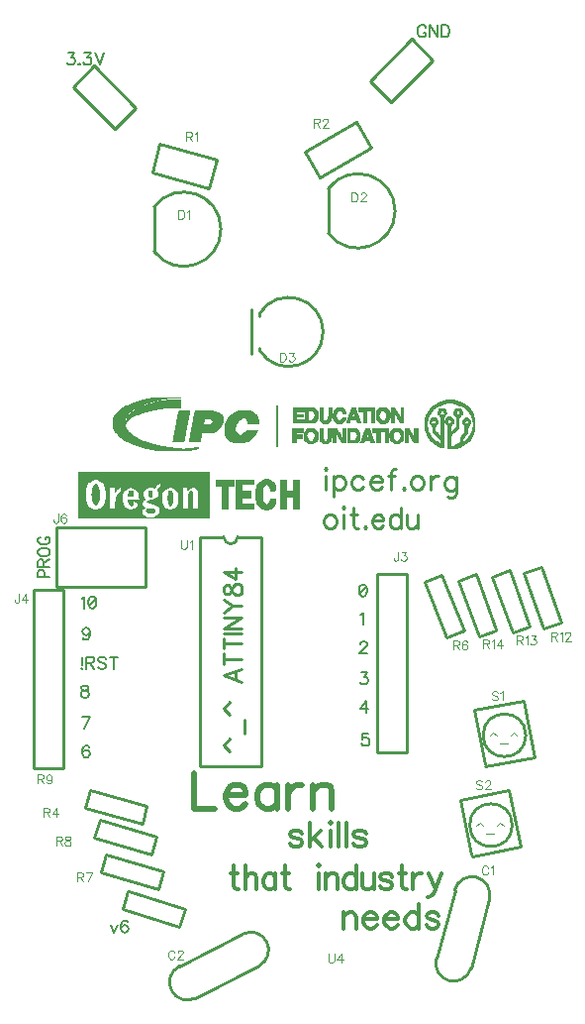
<source format=gbr>
G04 DipTrace 3.3.1.3*
G04 TopSilk.gbr*
%MOIN*%
G04 #@! TF.FileFunction,Legend,Top*
G04 #@! TF.Part,Single*
%ADD10C,0.009843*%
%ADD12C,0.003*%
%ADD77C,0.004632*%
%ADD78C,0.006176*%
%ADD79C,0.010807*%
%ADD82C,0.009264*%
%ADD83C,0.018527*%
%ADD84C,0.012351*%
%FSLAX26Y26*%
G04*
G70*
G90*
G75*
G01*
G04 TopSilk*
%LPD*%
X2021428Y883983D2*
D10*
X1959381Y652372D1*
X1905512Y915049D2*
X1843466Y683438D1*
G03X1959381Y652372I57928J-15645D01*
G01*
X2021428Y883983D2*
G03X1905512Y915049I-57928J15645D01*
G01*
X977595Y658148D2*
X1191387Y766650D1*
X1031936Y551154D2*
X1245729Y659657D1*
G03X1191387Y766650I-27073J53546D01*
G01*
X977595Y658148D2*
G03X1031936Y551154I27073J-53546D01*
G01*
X892797Y3061766D2*
Y3211642D1*
X893022Y3061466D2*
G03X893022Y3211942I99796J75238D01*
G01*
X1479327Y3123458D2*
Y3273333D1*
X1479552Y3123158D2*
G03X1479552Y3273633I99796J75238D01*
G01*
X1247297Y2852375D2*
Y2844477D1*
X1220724Y2866288D2*
Y2716280D1*
X1247297Y2738091D2*
Y2730193D1*
Y2852375D2*
G02X1461865Y2791284I98651J-60865D01*
G01*
X1247297Y2730193D2*
G03X1461865Y2791284I98651J60865D01*
G01*
X760901Y3473660D2*
X831605Y3544364D1*
X619472Y3615089D2*
X760901Y3473660D1*
X619472Y3615089D2*
X690176Y3685793D1*
X831605Y3544364D1*
X1618858Y3634533D2*
X1689562Y3563829D1*
X1760287Y3775962D2*
X1618858Y3634533D1*
X1760287Y3775962D2*
X1830991Y3705258D1*
X1689562Y3563829D1*
X1744148Y1978127D2*
X1644146D1*
Y1378181D1*
X1744148D1*
Y1978127D1*
X586958Y1924548D2*
X486956D1*
Y1324603D1*
X586958D1*
Y1924548D1*
X863393Y1935283D2*
X563393D1*
Y2135283D1*
X863393D1*
Y1935283D1*
X911676Y3423536D2*
X1104508Y3371877D1*
X1078619Y3275282D2*
X1104508Y3371877D1*
X885787Y3326940D2*
X1078619Y3275282D1*
X885787Y3326940D2*
X911676Y3423536D1*
X1622959Y3410498D2*
X1450072Y3310684D1*
X1400084Y3397290D2*
X1450072Y3310684D1*
X1572971Y3497104D2*
X1400084Y3397290D1*
X1572971Y3497104D2*
X1622959Y3410498D1*
X709406Y1149609D2*
X900989Y1093518D1*
X883589Y1033480D2*
X901167Y1093466D1*
X691828Y1089622D2*
X883411Y1033531D1*
X691651Y1089674D2*
X709229Y1149661D1*
X1877907Y1764334D2*
X1803099Y1949428D1*
X1860968Y1973038D2*
X1803015Y1949600D1*
X1935839Y1787773D2*
X1861031Y1972866D1*
X1935923Y1787600D2*
X1877970Y1764162D1*
X805599Y911713D2*
X995950Y851615D1*
X977321Y791969D2*
X996126Y851561D1*
X786794Y852121D2*
X977144Y792023D1*
X786617Y852175D2*
X805423Y911767D1*
X732101Y1034432D2*
X923560Y977851D1*
X905994Y917856D2*
X923738Y977799D1*
X714357Y974488D2*
X905816Y917908D1*
X714179Y974540D2*
X731923Y1034484D1*
X675710Y1249725D2*
X868492Y1197832D1*
X852427Y1137429D2*
X868671Y1197783D1*
X659467Y1189371D2*
X852249Y1137478D1*
X659288Y1189421D2*
X675532Y1249774D1*
X2205170Y1792854D2*
X2136878Y1980456D1*
X2195546Y2001988D2*
X2136819Y1980630D1*
X2263898Y1814212D2*
X2195605Y2001813D1*
X2263957Y1814038D2*
X2205229Y1792680D1*
X2098931Y1780356D2*
X2030639Y1967957D1*
X2089307Y1989489D2*
X2030580Y1968131D1*
X2157659Y1801713D2*
X2089366Y1989315D1*
X2157718Y1801539D2*
X2098990Y1780181D1*
X1986443Y1767857D2*
X1918151Y1955458D1*
X1976819Y1976990D2*
X1918092Y1955633D1*
X2045171Y1789215D2*
X1976878Y1976816D1*
X2045230Y1789040D2*
X1986502Y1767683D1*
X1970215Y1520312D2*
X2005549Y1336184D1*
X2006734Y1330028D2*
X2172450Y1361837D1*
X2135931Y1552121D1*
X1970215Y1520312D2*
X2135931Y1552121D1*
X2000630Y1434933D2*
G02X2000630Y1434933I71871J0D01*
G01*
X1923213Y1216116D2*
X1962141Y1032686D1*
X1963442Y1026576D2*
X2128507Y1061609D1*
X2088314Y1251149D1*
X1923213Y1216116D2*
X2088314Y1251149D1*
X1955284Y1132752D2*
G02X1955284Y1132752I71877J0D01*
G01*
X1253219Y2102356D2*
Y1330703D1*
X1048486D2*
X1253219D1*
X1048486Y2102356D2*
Y1330703D1*
Y2102356D2*
X1127226D1*
X1253219D2*
X1174478D1*
X1127226D2*
G03X1174478Y2102356I23626J13D01*
G01*
X885878Y2569721D2*
D12*
X981878D1*
X870209Y2566721D2*
X933878D1*
X856095Y2563721D2*
X912878D1*
X933878D2*
X981878D1*
X1875878D2*
X1899878D1*
X843884Y2560721D2*
X895430D1*
X912878D2*
X981764D1*
X1866083D2*
X1911047D1*
X833308Y2557721D2*
X884483D1*
X899285D2*
X981380D1*
X1857479D2*
X1920419D1*
X824029Y2554721D2*
X873878D1*
X885878D2*
X980661D1*
X1850155D2*
X1927902D1*
X815922Y2551721D2*
X861878D1*
X873878D2*
X979891D1*
X1843974D2*
X1870119D1*
X1904699D2*
X1933940D1*
X808783Y2548721D2*
X855878D1*
X864878D2*
X979368D1*
X1838903D2*
X1862017D1*
X1914197D2*
X1939039D1*
X802259Y2545721D2*
X846890D1*
X855878D2*
X979090D1*
X1834777D2*
X1855060D1*
X1922089D2*
X1943441D1*
X796148Y2542721D2*
X841004D1*
X849878D2*
X978962D1*
X1302878D2*
X1305878D1*
X1831245D2*
X1849210D1*
X1928564D2*
X1947228D1*
X790546Y2539721D2*
X835468D1*
X843878D2*
X978908D1*
X1302878D2*
X1305878D1*
X1828019D2*
X1844080D1*
X1933767D2*
X1950597D1*
X785626Y2536721D2*
X830494D1*
X837878D2*
X978878D1*
X1302878D2*
X1305878D1*
X1359878D2*
X1395878D1*
X1401878D2*
X1428878D1*
X1449878D2*
X1458878D1*
X1479878D2*
X1488878D1*
X1506878D2*
X1524878D1*
X1557878D2*
X1569878D1*
X1581878D2*
X1632878D1*
X1650878D2*
X1674878D1*
X1689878D2*
X1701878D1*
X1722878D2*
X1731878D1*
X1824941D2*
X1839427D1*
X1937948D2*
X1953657D1*
X781219Y2533721D2*
X825878D1*
X831878D2*
X910732D1*
X1302878D2*
X1305878D1*
X1359878D2*
X1395878D1*
X1401878D2*
X1433252D1*
X1449878D2*
X1458878D1*
X1479878D2*
X1488878D1*
X1502969D2*
X1529137D1*
X1556379D2*
X1570916D1*
X1581878D2*
X1632878D1*
X1646969D2*
X1677755D1*
X1689878D2*
X1703739D1*
X1722878D2*
X1731878D1*
X1822014D2*
X1835317D1*
X1851878D2*
X1869878D1*
X1905878D2*
X1923878D1*
X1941500D2*
X1956341D1*
X777007Y2530721D2*
X819878D1*
X825878D2*
X892098D1*
X1302878D2*
X1305878D1*
X1359878D2*
X1395878D1*
X1401878D2*
X1436996D1*
X1449878D2*
X1458878D1*
X1479878D2*
X1488878D1*
X1499968D2*
X1532497D1*
X1555122D2*
X1571914D1*
X1581878D2*
X1632878D1*
X1643968D2*
X1680290D1*
X1689878D2*
X1705461D1*
X1722878D2*
X1731878D1*
X1819384D2*
X1831986D1*
X1850379D2*
X1872289D1*
X1904030D2*
X1926289D1*
X1944723D2*
X1958635D1*
X773025Y2527721D2*
X816878D1*
X822878D2*
X876042D1*
X975878D2*
X1011878D1*
X1029878D2*
X1083878D1*
X1176878D2*
X1215878D1*
X1302878D2*
X1305878D1*
X1359878D2*
X1395878D1*
X1401878D2*
X1439933D1*
X1449878D2*
X1458878D1*
X1479878D2*
X1488878D1*
X1497809D2*
X1535094D1*
X1553861D2*
X1572865D1*
X1581878D2*
X1632878D1*
X1641809D2*
X1682263D1*
X1689878D2*
X1707162D1*
X1722878D2*
X1731878D1*
X1817110D2*
X1829363D1*
X1849145D2*
X1874043D1*
X1902425D2*
X1928043D1*
X1947709D2*
X1960770D1*
X769429Y2524721D2*
X862864D1*
X974494D2*
X1010853D1*
X1028853D2*
X1096665D1*
X1169620D2*
X1222100D1*
X1302878D2*
X1305878D1*
X1359878D2*
X1368878D1*
X1401878D2*
X1410878D1*
X1428301D2*
X1442237D1*
X1449878D2*
X1458878D1*
X1479878D2*
X1488878D1*
X1496359D2*
X1510354D1*
X1525430D2*
X1536019D1*
X1552516D2*
X1573889D1*
X1596878D2*
X1605878D1*
X1623878D2*
X1632878D1*
X1640359D2*
X1654354D1*
X1668753D2*
X1683878D1*
X1689878D2*
X1708993D1*
X1722878D2*
X1731878D1*
X1814984D2*
X1827082D1*
X1848095D2*
X1858430D1*
X1866327D2*
X1875048D1*
X1901224D2*
X1909002D1*
X1920755D2*
X1929048D1*
X1950361D2*
X1962855D1*
X766224Y2521721D2*
X807878D1*
X813878D2*
X852161D1*
X973620D2*
X1009960D1*
X1027960D2*
X1106366D1*
X1163260D2*
X1227462D1*
X1302878D2*
X1305878D1*
X1359878D2*
X1368878D1*
X1401878D2*
X1410878D1*
X1430170D2*
X1443081D1*
X1449878D2*
X1458878D1*
X1479878D2*
X1488878D1*
X1495546D2*
X1508215D1*
X1526483D2*
X1536541D1*
X1551184D2*
X1574896D1*
X1596878D2*
X1605878D1*
X1623878D2*
X1632878D1*
X1639546D2*
X1652215D1*
X1671251D2*
X1710943D1*
X1722878D2*
X1731878D1*
X1812900D2*
X1824925D1*
X1847255D2*
X1856483D1*
X1868274D2*
X1875524D1*
X1900610D2*
X1909467D1*
X1920290D2*
X1929524D1*
X1952643D2*
X1964742D1*
X763468Y2518721D2*
X804878D1*
X810878D2*
X843383D1*
X973079D2*
X1009380D1*
X1027380D2*
X1112933D1*
X1158042D2*
X1231716D1*
X1302878D2*
X1305878D1*
X1359878D2*
X1368878D1*
X1401878D2*
X1410878D1*
X1431641D2*
X1443539D1*
X1449878D2*
X1458878D1*
X1479878D2*
X1488878D1*
X1495155D2*
X1506491D1*
X1527878D2*
X1536878D1*
X1550002D2*
X1575868D1*
X1596878D2*
X1605878D1*
X1623878D2*
X1632878D1*
X1639155D2*
X1650491D1*
X1673032D2*
X1712778D1*
X1722878D2*
X1731878D1*
X1811014D2*
X1822910D1*
X1847693D2*
X1854878D1*
X1869878D2*
X1875617D1*
X1900659D2*
X1910493D1*
X1919263D2*
X1929605D1*
X1954760D2*
X1966347D1*
X761142Y2515721D2*
X835971D1*
X972503D2*
X1008980D1*
X1026980D2*
X1117665D1*
X1153836D2*
X1234793D1*
X1302878D2*
X1305878D1*
X1359878D2*
X1392878D1*
X1401878D2*
X1410878D1*
X1433177D2*
X1443745D1*
X1449878D2*
X1458878D1*
X1479867D2*
X1488878D1*
X1494985D2*
X1505246D1*
X1548958D2*
X1561430D1*
X1566878D2*
X1576991D1*
X1596878D2*
X1605878D1*
X1623878D2*
X1632878D1*
X1638985D2*
X1649246D1*
X1674045D2*
X1714389D1*
X1722878D2*
X1731878D1*
X1809398D2*
X1820915D1*
X1848705D2*
X1875202D1*
X1901443D2*
X1911878D1*
X1917878D2*
X1929395D1*
X1956751D2*
X1967553D1*
X759006Y2512721D2*
X829428D1*
X971706D2*
X1008465D1*
X1026465D2*
X1119836D1*
X1150280D2*
X1236971D1*
X1302878D2*
X1305878D1*
X1359878D2*
X1392878D1*
X1401878D2*
X1410878D1*
X1434878D2*
X1443829D1*
X1449878D2*
X1458890D1*
X1479761D2*
X1488878D1*
X1494918D2*
X1504618D1*
X1547893D2*
X1559483D1*
X1566878D2*
X1578277D1*
X1596878D2*
X1605878D1*
X1623878D2*
X1632878D1*
X1638918D2*
X1648618D1*
X1674523D2*
X1715733D1*
X1722878D2*
X1731878D1*
X1808087D2*
X1818976D1*
X1850309D2*
X1874027D1*
X1903019D2*
X1927605D1*
X1958360D2*
X1968267D1*
X757021Y2509721D2*
X798878D1*
X804878D2*
X823553D1*
X970908D2*
X1007693D1*
X1025693D2*
X1121345D1*
X1147145D2*
X1238522D1*
X1302878D2*
X1305878D1*
X1359878D2*
X1392878D1*
X1401878D2*
X1410878D1*
X1433356D2*
X1443849D1*
X1449878D2*
X1458996D1*
X1479367D2*
X1488878D1*
X1494892D2*
X1504650D1*
X1546870D2*
X1557878D1*
X1566878D2*
X1579586D1*
X1596878D2*
X1605878D1*
X1623878D2*
X1632878D1*
X1638892D2*
X1648661D1*
X1674617D2*
X1701878D1*
X1708354D2*
X1716878D1*
X1722878D2*
X1731878D1*
X1806990D2*
X1817386D1*
X1852404D2*
X1872168D1*
X1905338D2*
X1924969D1*
X1959628D2*
X1968622D1*
X755515Y2506721D2*
X795878D1*
X801878D2*
X818284D1*
X970362D2*
X1006903D1*
X1024903D2*
X1122189D1*
X1144432D2*
X1239713D1*
X1302878D2*
X1305878D1*
X1359878D2*
X1368878D1*
X1401878D2*
X1410878D1*
X1431879D2*
X1443755D1*
X1449878D2*
X1459380D1*
X1478534D2*
X1488878D1*
X1494895D2*
X1505324D1*
X1545892D2*
X1580760D1*
X1596878D2*
X1605878D1*
X1623878D2*
X1632878D1*
X1638895D2*
X1649450D1*
X1674202D2*
X1701878D1*
X1709215D2*
X1731878D1*
X1805917D2*
X1816125D1*
X1854522D2*
X1870160D1*
X1878878D2*
X1890878D1*
X1907864D2*
X1922179D1*
X1960796D2*
X1968779D1*
X754628Y2503721D2*
X813514D1*
X969975D2*
X1006372D1*
X1024372D2*
X1122595D1*
X1142127D2*
X1240822D1*
X1302878D2*
X1305878D1*
X1359878D2*
X1368878D1*
X1401878D2*
X1410878D1*
X1429771D2*
X1443365D1*
X1449890D2*
X1460124D1*
X1477294D2*
X1488867D1*
X1494997D2*
X1506501D1*
X1527878D2*
X1536878D1*
X1544767D2*
X1581800D1*
X1596878D2*
X1605878D1*
X1623878D2*
X1632878D1*
X1639009D2*
X1651090D1*
X1673026D2*
X1701878D1*
X1710479D2*
X1731878D1*
X1804991D2*
X1814972D1*
X1827878D2*
X1839878D1*
X1856137D2*
X1868581D1*
X1876430D2*
X1894674D1*
X1909804D2*
X1919760D1*
X1938878D2*
X1947878D1*
X1961861D2*
X1968842D1*
X754191Y2500721D2*
X792878D1*
X798878D2*
X809254D1*
X969464D2*
X1006079D1*
X1024079D2*
X1122769D1*
X1139989D2*
X1186468D1*
X1200753D2*
X1241759D1*
X1302878D2*
X1305878D1*
X1359878D2*
X1368878D1*
X1401878D2*
X1410878D1*
X1426626D2*
X1442531D1*
X1450007D2*
X1461017D1*
X1475699D2*
X1488750D1*
X1495402D2*
X1508070D1*
X1524878D2*
X1536403D1*
X1543480D2*
X1582864D1*
X1596878D2*
X1605878D1*
X1623878D2*
X1632878D1*
X1639507D2*
X1653685D1*
X1671119D2*
X1683403D1*
X1689878D2*
X1701878D1*
X1712117D2*
X1731878D1*
X1804405D2*
X1814001D1*
X1824645D2*
X1842753D1*
X1857083D2*
X1867586D1*
X1874483D2*
X1897727D1*
X1910935D2*
X1918794D1*
X1935645D2*
X1951788D1*
X1962844D2*
X1968865D1*
X754000Y2497721D2*
X792878D1*
X798878D2*
X805620D1*
X968692D2*
X1005846D1*
X1023846D2*
X1059867D1*
X1083878D2*
X1122838D1*
X1137902D2*
X1181725D1*
X1203251D2*
X1242350D1*
X1302878D2*
X1305878D1*
X1359878D2*
X1395878D1*
X1401878D2*
X1410878D1*
X1422878D2*
X1441263D1*
X1450519D2*
X1461878D1*
X1473878D2*
X1488238D1*
X1496354D2*
X1509878D1*
X1521878D2*
X1535530D1*
X1542182D2*
X1583896D1*
X1596878D2*
X1605878D1*
X1623878D2*
X1632878D1*
X1640737D2*
X1656878D1*
X1668878D2*
X1682519D1*
X1689878D2*
X1701878D1*
X1713999D2*
X1731878D1*
X1804103D2*
X1813295D1*
X1822178D2*
X1845251D1*
X1857548D2*
X1866878D1*
X1872878D2*
X1898840D1*
X1911488D2*
X1918269D1*
X1933178D2*
X1954789D1*
X1963869D2*
X1968874D1*
X753923Y2494721D2*
X802639D1*
X967903D2*
X1005411D1*
X1023411D2*
X1059761D1*
X1086878D2*
X1122853D1*
X1136015D2*
X1177826D1*
X1205032D2*
X1242653D1*
X1302878D2*
X1305878D1*
X1359878D2*
X1395878D1*
X1401878D2*
X1439531D1*
X1451490D2*
X1487267D1*
X1497763D2*
X1534141D1*
X1541106D2*
X1551878D1*
X1573430D2*
X1584945D1*
X1596878D2*
X1605878D1*
X1623878D2*
X1632878D1*
X1642838D2*
X1681015D1*
X1689878D2*
X1701878D1*
X1715892D2*
X1731878D1*
X1803967D2*
X1812606D1*
X1820529D2*
X1847021D1*
X1857750D2*
X1879430D1*
X1890878D2*
X1899438D1*
X1911728D2*
X1918032D1*
X1931529D2*
X1956937D1*
X1964776D2*
X1968877D1*
X753894Y2491721D2*
X800210D1*
X967372D2*
X1004672D1*
X1022672D2*
X1059377D1*
X1089878D2*
X1122757D1*
X1134410D2*
X1174733D1*
X1206048D2*
X1242790D1*
X1302878D2*
X1305878D1*
X1359878D2*
X1395878D1*
X1401878D2*
X1437318D1*
X1454208D2*
X1484549D1*
X1500972D2*
X1531942D1*
X1540397D2*
X1551878D1*
X1574483D2*
X1586288D1*
X1596878D2*
X1605878D1*
X1623878D2*
X1632878D1*
X1645811D2*
X1678917D1*
X1689878D2*
X1701878D1*
X1717835D2*
X1731878D1*
X1803911D2*
X1811750D1*
X1819629D2*
X1827878D1*
X1839878D2*
X1848203D1*
X1857831D2*
X1880483D1*
X1893878D2*
X1899695D1*
X1911823D2*
X1917935D1*
X1930629D2*
X1938878D1*
X1950327D2*
X1958588D1*
X1965356D2*
X1968878D1*
X753884Y2488721D2*
X798032D1*
X967079D2*
X1003895D1*
X1021895D2*
X1058633D1*
X1087931D2*
X1122377D1*
X1133192D2*
X1172358D1*
X1206561D2*
X1242847D1*
X1302878D2*
X1305878D1*
X1359878D2*
X1395878D1*
X1401878D2*
X1434878D1*
X1457789D2*
X1480968D1*
X1505170D2*
X1528703D1*
X1539878D2*
X1551878D1*
X1575878D2*
X1587878D1*
X1596878D2*
X1605878D1*
X1623878D2*
X1632878D1*
X1649618D2*
X1674229D1*
X1689878D2*
X1701878D1*
X1719878D2*
X1731878D1*
X1803890D2*
X1810925D1*
X1819311D2*
X1824878D1*
X1839878D2*
X1848092D1*
X1857862D2*
X1881878D1*
X1890878D2*
X1899675D1*
X1911859D2*
X1917898D1*
X1930311D2*
X1935878D1*
X1949274D2*
X1958776D1*
X1965655D2*
X1968878D1*
X753880Y2485721D2*
X796042D1*
X966846D2*
X1003358D1*
X1021358D2*
X1057740D1*
X1085951D2*
X1121648D1*
X1132372D2*
X1170531D1*
X1206878D2*
X1242878D1*
X1302878D2*
X1305878D1*
X1461878D2*
X1476878D1*
X1509878D2*
X1524878D1*
X1653878D2*
X1668878D1*
X1803883D2*
X1810392D1*
X1819359D2*
X1827878D1*
X1839878D2*
X1847404D1*
X1857873D2*
X1866878D1*
X1873571D2*
X1899410D1*
X1911872D2*
X1917885D1*
X1930359D2*
X1938878D1*
X1947878D2*
X1958263D1*
X1965790D2*
X1968878D1*
X753879Y2482721D2*
X794341D1*
X966411D2*
X1002973D1*
X1020973D2*
X1056878D1*
X1083878D2*
X1120762D1*
X1131635D2*
X1169135D1*
X1302878D2*
X1305878D1*
X1803880D2*
X1810211D1*
X1820804D2*
X1846113D1*
X1857877D2*
X1866878D1*
X1875083D2*
X1897726D1*
X1911853D2*
X1917881D1*
X1931690D2*
X1957055D1*
X1965846D2*
X1968878D1*
X753879Y2479721D2*
X793817D1*
X965672D2*
X1002463D1*
X1020463D2*
X1119751D1*
X1130760D2*
X1168007D1*
X1302878D2*
X1305878D1*
X1803879D2*
X1810463D1*
X1823080D2*
X1844135D1*
X1857878D2*
X1866878D1*
X1877298D2*
X1895471D1*
X1911632D2*
X1917879D1*
X1933582D2*
X1955113D1*
X1965867D2*
X1968878D1*
X753879Y2476721D2*
X794446D1*
X964895D2*
X1001692D1*
X1019692D2*
X1118361D1*
X1129928D2*
X1166922D1*
X1302878D2*
X1305878D1*
X1803879D2*
X1811128D1*
X1825813D2*
X1841661D1*
X1857878D2*
X1866878D1*
X1879362D2*
X1893397D1*
X1911105D2*
X1917867D1*
X1935595D2*
X1952653D1*
X1965863D2*
X1968878D1*
X753890Y2473721D2*
X795478D1*
X964358D2*
X1000903D1*
X1018903D2*
X1116617D1*
X1129381D2*
X1165993D1*
X1302878D2*
X1305878D1*
X1803879D2*
X1811877D1*
X1828153D2*
X1839476D1*
X1857878D2*
X1866878D1*
X1880688D2*
X1892070D1*
X1908903D2*
X1917750D1*
X1937165D2*
X1950473D1*
X1965760D2*
X1968878D1*
X754007Y2470721D2*
X796775D1*
X963973D2*
X1000360D1*
X1018372D2*
X1114655D1*
X1129094D2*
X1165406D1*
X1302878D2*
X1305878D1*
X1803890D2*
X1812405D1*
X1829604D2*
X1838100D1*
X1857878D2*
X1866878D1*
X1881372D2*
X1891386D1*
X1906080D2*
X1917250D1*
X1938094D2*
X1949099D1*
X1965379D2*
X1968878D1*
X754495Y2467721D2*
X798297D1*
X963463D2*
X999974D1*
X1018079D2*
X1112116D1*
X1128964D2*
X1165103D1*
X1302878D2*
X1305878D1*
X1356878D2*
X1392878D1*
X1407878D2*
X1431878D1*
X1449878D2*
X1458878D1*
X1476878D2*
X1488878D1*
X1494878D2*
X1506878D1*
X1527878D2*
X1536878D1*
X1542878D2*
X1572878D1*
X1602878D2*
X1617878D1*
X1626878D2*
X1680878D1*
X1695878D2*
X1719878D1*
X1737878D2*
X1749878D1*
X1767878D2*
X1779878D1*
X1803996D2*
X1812786D1*
X1830340D2*
X1837420D1*
X1857878D2*
X1866878D1*
X1881679D2*
X1891078D1*
X1903028D2*
X1916020D1*
X1938552D2*
X1948396D1*
X1964649D2*
X1968878D1*
X755608Y2464721D2*
X800156D1*
X962692D2*
X999464D1*
X1017846D2*
X1108498D1*
X1128910D2*
X1164979D1*
X1302878D2*
X1305878D1*
X1356878D2*
X1392878D1*
X1404993D2*
X1434764D1*
X1449878D2*
X1458878D1*
X1476878D2*
X1488878D1*
X1494878D2*
X1508739D1*
X1527878D2*
X1536878D1*
X1542878D2*
X1576788D1*
X1602403D2*
X1618342D1*
X1626878D2*
X1680878D1*
X1693004D2*
X1723788D1*
X1737878D2*
X1751379D1*
X1767878D2*
X1779878D1*
X1804378D2*
X1813306D1*
X1830667D2*
X1837328D1*
X1857878D2*
X1866878D1*
X1881804D2*
X1890949D1*
X1899949D2*
X1913928D1*
X1938752D2*
X1948082D1*
X1963774D2*
X1968878D1*
X757213Y2461721D2*
X802471D1*
X961903D2*
X998692D1*
X1017411D2*
X1103822D1*
X1128890D2*
X1165040D1*
X1203878D2*
X1239878D1*
X1302878D2*
X1305878D1*
X1356878D2*
X1392878D1*
X1402389D2*
X1437368D1*
X1449878D2*
X1458878D1*
X1476878D2*
X1488878D1*
X1494878D2*
X1510461D1*
X1527878D2*
X1536878D1*
X1542878D2*
X1579789D1*
X1601554D2*
X1619098D1*
X1626878D2*
X1680878D1*
X1690505D2*
X1726789D1*
X1737878D2*
X1753122D1*
X1767878D2*
X1779878D1*
X1805108D2*
X1814182D1*
X1830812D2*
X1837694D1*
X1857878D2*
X1866878D1*
X1881852D2*
X1890878D1*
X1896878D2*
X1911035D1*
X1938820D2*
X1947954D1*
X1962857D2*
X1968878D1*
X759005Y2458721D2*
X805128D1*
X961360D2*
X997903D1*
X1016672D2*
X1098478D1*
X1128882D2*
X1165530D1*
X1201881D2*
X1238379D1*
X1302878D2*
X1305878D1*
X1356878D2*
X1392878D1*
X1400225D2*
X1439532D1*
X1449878D2*
X1458878D1*
X1476878D2*
X1488878D1*
X1494878D2*
X1512162D1*
X1527878D2*
X1536878D1*
X1542878D2*
X1581948D1*
X1600395D2*
X1619980D1*
X1626878D2*
X1680878D1*
X1688713D2*
X1728948D1*
X1737878D2*
X1754861D1*
X1767878D2*
X1779878D1*
X1805983D2*
X1815366D1*
X1830980D2*
X1839873D1*
X1857878D2*
X1866878D1*
X1881869D2*
X1907528D1*
X1938721D2*
X1947894D1*
X1961755D2*
X1968867D1*
X761024Y2455721D2*
X807976D1*
X960974D2*
X997372D1*
X1015895D2*
X1092878D1*
X1128892D2*
X1166492D1*
X1199545D2*
X1237122D1*
X1302878D2*
X1305878D1*
X1356878D2*
X1368878D1*
X1398494D2*
X1411456D1*
X1428301D2*
X1441263D1*
X1449878D2*
X1458878D1*
X1476878D2*
X1488878D1*
X1494878D2*
X1513993D1*
X1527878D2*
X1536878D1*
X1542878D2*
X1551878D1*
X1569301D2*
X1583398D1*
X1599139D2*
X1620888D1*
X1641878D2*
X1653878D1*
X1668878D2*
X1680878D1*
X1687632D2*
X1702004D1*
X1716753D2*
X1730398D1*
X1737878D2*
X1756514D1*
X1767878D2*
X1779878D1*
X1806900D2*
X1816720D1*
X1831497D2*
X1842684D1*
X1857878D2*
X1866878D1*
X1881875D2*
X1903843D1*
X1938419D2*
X1947759D1*
X1960464D2*
X1968761D1*
X763417Y2452721D2*
X810926D1*
X960464D2*
X997079D1*
X1015358D2*
X1050878D1*
X1128996D2*
X1169209D1*
X1196189D2*
X1235849D1*
X1302878D2*
X1305878D1*
X1356878D2*
X1368878D1*
X1397235D2*
X1409587D1*
X1430170D2*
X1442522D1*
X1449878D2*
X1458878D1*
X1476878D2*
X1488878D1*
X1494878D2*
X1515943D1*
X1527878D2*
X1536878D1*
X1542878D2*
X1551878D1*
X1571170D2*
X1584211D1*
X1597986D2*
X1621897D1*
X1641878D2*
X1653878D1*
X1668878D2*
X1680878D1*
X1686878D2*
X1699506D1*
X1719251D2*
X1731211D1*
X1737878D2*
X1758166D1*
X1767878D2*
X1779878D1*
X1808002D2*
X1818164D1*
X1832722D2*
X1845731D1*
X1857878D2*
X1866878D1*
X1881878D2*
X1900363D1*
X1936604D2*
X1947253D1*
X1959053D2*
X1968367D1*
X766107Y2449721D2*
X814008D1*
X959692D2*
X996846D1*
X1014973D2*
X1050867D1*
X1129390D2*
X1172789D1*
X1191447D2*
X1234387D1*
X1302878D2*
X1305878D1*
X1356878D2*
X1368878D1*
X1396501D2*
X1408116D1*
X1431641D2*
X1443256D1*
X1449878D2*
X1458878D1*
X1476878D2*
X1488878D1*
X1494878D2*
X1517778D1*
X1527878D2*
X1536878D1*
X1542878D2*
X1551878D1*
X1572641D2*
X1584602D1*
X1596953D2*
X1622899D1*
X1641878D2*
X1653878D1*
X1668878D2*
X1697725D1*
X1721032D2*
X1731602D1*
X1737878D2*
X1759949D1*
X1767878D2*
X1779878D1*
X1809293D2*
X1819651D1*
X1834711D2*
X1848809D1*
X1857878D2*
X1866878D1*
X1881878D2*
X1897213D1*
X1933856D2*
X1946033D1*
X1957497D2*
X1967543D1*
X768980Y2446721D2*
X817394D1*
X958903D2*
X996411D1*
X1014463D2*
X1050761D1*
X1130214D2*
X1176878D1*
X1185878D2*
X1232568D1*
X1302878D2*
X1305878D1*
X1356878D2*
X1389878D1*
X1396138D2*
X1406580D1*
X1433177D2*
X1443619D1*
X1449878D2*
X1458878D1*
X1476878D2*
X1488878D1*
X1494878D2*
X1519389D1*
X1527878D2*
X1536878D1*
X1542878D2*
X1551878D1*
X1574177D2*
X1584772D1*
X1595892D2*
X1605878D1*
X1611327D2*
X1623869D1*
X1641878D2*
X1653878D1*
X1668878D2*
X1696712D1*
X1722033D2*
X1731772D1*
X1737878D2*
X1761878D1*
X1767878D2*
X1779878D1*
X1810693D2*
X1821251D1*
X1837234D2*
X1851878D1*
X1857878D2*
X1866878D1*
X1881878D2*
X1894589D1*
X1930680D2*
X1944045D1*
X1955727D2*
X1966380D1*
X772029Y2443721D2*
X821227D1*
X958372D2*
X995672D1*
X1013692D2*
X1050379D1*
X1131377D2*
X1230272D1*
X1302878D2*
X1305878D1*
X1356878D2*
X1389878D1*
X1395980D2*
X1404878D1*
X1434878D2*
X1443777D1*
X1449878D2*
X1458890D1*
X1476878D2*
X1488878D1*
X1494878D2*
X1503878D1*
X1509403D2*
X1520733D1*
X1527878D2*
X1536878D1*
X1542878D2*
X1551878D1*
X1575878D2*
X1584839D1*
X1594869D2*
X1605878D1*
X1613274D2*
X1624991D1*
X1641878D2*
X1653878D1*
X1668878D2*
X1696234D1*
X1722417D2*
X1731839D1*
X1737878D2*
X1746878D1*
X1753456D2*
X1779878D1*
X1812154D2*
X1823140D1*
X1840128D2*
X1866878D1*
X1881878D2*
X1892756D1*
X1927865D2*
X1941535D1*
X1953789D2*
X1965021D1*
X775402Y2440721D2*
X825495D1*
X958079D2*
X994895D1*
X1012903D2*
X1049660D1*
X1132736D2*
X1227624D1*
X1302878D2*
X1305878D1*
X1356878D2*
X1389878D1*
X1395927D2*
X1406389D1*
X1433368D2*
X1443829D1*
X1449878D2*
X1459007D1*
X1476867D2*
X1488878D1*
X1494878D2*
X1503878D1*
X1511554D2*
X1521878D1*
X1527878D2*
X1536878D1*
X1542878D2*
X1551878D1*
X1574370D2*
X1584853D1*
X1593892D2*
X1605878D1*
X1614878D2*
X1626277D1*
X1641878D2*
X1653878D1*
X1668878D2*
X1696152D1*
X1722223D2*
X1731865D1*
X1737878D2*
X1746878D1*
X1754596D2*
X1779878D1*
X1813648D2*
X1825465D1*
X1843426D2*
X1866878D1*
X1881878D2*
X1891723D1*
X1925568D2*
X1938758D1*
X1951848D2*
X1963486D1*
X779229Y2437721D2*
X830235D1*
X957846D2*
X994358D1*
X1012360D2*
X1048891D1*
X1134294D2*
X1224767D1*
X1302878D2*
X1305878D1*
X1356878D2*
X1389878D1*
X1396009D2*
X1407752D1*
X1432005D2*
X1443748D1*
X1449878D2*
X1459506D1*
X1476753D2*
X1488867D1*
X1494878D2*
X1503878D1*
X1513395D2*
X1536878D1*
X1542878D2*
X1551878D1*
X1573040D2*
X1584757D1*
X1592767D2*
X1627586D1*
X1641878D2*
X1653878D1*
X1668878D2*
X1696362D1*
X1721359D2*
X1731862D1*
X1737878D2*
X1746878D1*
X1756198D2*
X1779878D1*
X1815250D2*
X1828126D1*
X1847102D2*
X1866878D1*
X1881878D2*
X1891226D1*
X1924699D2*
X1935959D1*
X1949757D2*
X1961723D1*
X783495Y2434721D2*
X835512D1*
X957411D2*
X993973D1*
X1011974D2*
X1048368D1*
X1136268D2*
X1221713D1*
X1302878D2*
X1305878D1*
X1356878D2*
X1368878D1*
X1396394D2*
X1409397D1*
X1430360D2*
X1443363D1*
X1449890D2*
X1460714D1*
X1476289D2*
X1488761D1*
X1494878D2*
X1503878D1*
X1515139D2*
X1536878D1*
X1542878D2*
X1551878D1*
X1571555D2*
X1584366D1*
X1591480D2*
X1628760D1*
X1641878D2*
X1653878D1*
X1668878D2*
X1680878D1*
X1687004D2*
X1697847D1*
X1719687D2*
X1731748D1*
X1737878D2*
X1746878D1*
X1757886D2*
X1779878D1*
X1817140D2*
X1830975D1*
X1850743D2*
X1866878D1*
X1881878D2*
X1891012D1*
X1924228D2*
X1933489D1*
X1947227D2*
X1959787D1*
X788236Y2431721D2*
X841256D1*
X956671D2*
X993461D1*
X1011461D2*
X1048090D1*
X1138992D2*
X1218225D1*
X1302878D2*
X1305878D1*
X1356878D2*
X1368878D1*
X1397227D2*
X1411516D1*
X1428241D2*
X1442530D1*
X1450007D2*
X1462632D1*
X1475263D2*
X1488367D1*
X1494878D2*
X1503878D1*
X1516986D2*
X1536878D1*
X1542878D2*
X1551878D1*
X1569878D2*
X1583531D1*
X1590171D2*
X1629800D1*
X1641878D2*
X1653878D1*
X1668878D2*
X1680878D1*
X1687506D2*
X1701134D1*
X1717079D2*
X1731250D1*
X1737878D2*
X1746878D1*
X1759524D2*
X1779878D1*
X1819465D2*
X1833926D1*
X1853762D2*
X1866878D1*
X1881878D2*
X1890927D1*
X1924015D2*
X1931708D1*
X1944065D2*
X1957836D1*
X793501Y2428721D2*
X847491D1*
X955887D2*
X992664D1*
X1010665D2*
X1047962D1*
X1142598D2*
X1213902D1*
X1302878D2*
X1305878D1*
X1356878D2*
X1368878D1*
X1398518D2*
X1413878D1*
X1425878D2*
X1441239D1*
X1450519D2*
X1464878D1*
X1473878D2*
X1487520D1*
X1494878D2*
X1503878D1*
X1518951D2*
X1536878D1*
X1542878D2*
X1582263D1*
X1588988D2*
X1630853D1*
X1641878D2*
X1653878D1*
X1668878D2*
X1680878D1*
X1688736D2*
X1704878D1*
X1713878D2*
X1730020D1*
X1737878D2*
X1746878D1*
X1761198D2*
X1779878D1*
X1822126D2*
X1837017D1*
X1856163D2*
X1866878D1*
X1881878D2*
X1890896D1*
X1923917D2*
X1930630D1*
X1940181D2*
X1955651D1*
X799138Y2425721D2*
X854274D1*
X955316D2*
X991751D1*
X1009751D2*
X1047908D1*
X1147150D2*
X1208457D1*
X1302878D2*
X1305878D1*
X1356878D2*
X1368878D1*
X1400487D2*
X1439270D1*
X1451490D2*
X1486137D1*
X1494878D2*
X1503878D1*
X1520875D2*
X1536878D1*
X1542878D2*
X1580531D1*
X1587864D2*
X1599327D1*
X1620878D2*
X1631778D1*
X1641878D2*
X1653878D1*
X1668878D2*
X1680878D1*
X1690838D2*
X1727919D1*
X1737878D2*
X1746878D1*
X1763111D2*
X1779878D1*
X1824987D2*
X1840472D1*
X1857050D2*
X1866878D1*
X1881878D2*
X1890884D1*
X1923756D2*
X1929878D1*
X1935878D2*
X1952853D1*
X804991Y2422721D2*
X861636D1*
X954878D2*
X990878D1*
X1008878D2*
X1047878D1*
X1152707D2*
X1201945D1*
X1302878D2*
X1305878D1*
X1356878D2*
X1368878D1*
X1403677D2*
X1436080D1*
X1454208D2*
X1483941D1*
X1494878D2*
X1503878D1*
X1522829D2*
X1536878D1*
X1542878D2*
X1578318D1*
X1586488D2*
X1598274D1*
X1620878D2*
X1632409D1*
X1641878D2*
X1653878D1*
X1668878D2*
X1680878D1*
X1693811D2*
X1724946D1*
X1737878D2*
X1746878D1*
X1765398D2*
X1779878D1*
X1828032D2*
X1844495D1*
X1857553D2*
X1866878D1*
X1881878D2*
X1890880D1*
X1923424D2*
X1949425D1*
X811045Y2419721D2*
X869880D1*
X1158878D2*
X1194878D1*
X1302878D2*
X1305878D1*
X1356878D2*
X1368878D1*
X1408348D2*
X1431409D1*
X1457789D2*
X1480703D1*
X1494878D2*
X1503878D1*
X1524878D2*
X1536878D1*
X1542878D2*
X1575878D1*
X1584878D2*
X1596878D1*
X1620878D2*
X1632878D1*
X1641878D2*
X1653878D1*
X1668878D2*
X1680878D1*
X1697618D2*
X1721139D1*
X1737878D2*
X1746878D1*
X1767878D2*
X1779878D1*
X1831402D2*
X1848878D1*
X1857878D2*
X1866878D1*
X1881878D2*
X1890879D1*
X1921811D2*
X1945674D1*
X817532Y2416721D2*
X879489D1*
X1302878D2*
X1305878D1*
X1413878D2*
X1425878D1*
X1461878D2*
X1476878D1*
X1701878D2*
X1716878D1*
X1835241D2*
X1866878D1*
X1881878D2*
X1890879D1*
X1917199D2*
X1941707D1*
X824858Y2413721D2*
X890788D1*
X1302878D2*
X1305878D1*
X1839621D2*
X1866878D1*
X1881878D2*
X1890879D1*
X1910618D2*
X1937220D1*
X833354Y2410721D2*
X904443D1*
X1302878D2*
X1305878D1*
X1844816D2*
X1866878D1*
X1881878D2*
X1890878D1*
X1902878D2*
X1931999D1*
X843210Y2407721D2*
X921867D1*
X1302878D2*
X1305878D1*
X1851054D2*
X1866878D1*
X1881878D2*
X1925976D1*
X854637Y2404721D2*
X944289D1*
X1041878D2*
D3*
X1857878D2*
X1866878D1*
X1881878D2*
X1919149D1*
X868123Y2401721D2*
X971109D1*
X1011878D2*
X1041878D1*
X1881878D2*
X1911878D1*
X884462Y2398721D2*
X1028359D1*
X903847Y2395721D2*
X1011963D1*
X924878Y2392721D2*
X993878D1*
X636151Y2321938D2*
X1077151D1*
X636151Y2318938D2*
X1077151D1*
X636151Y2315938D2*
X1077151D1*
X636151Y2312938D2*
X1077151D1*
X636151Y2309938D2*
X1077151D1*
X636151Y2306938D2*
X1077151D1*
X636151Y2303938D2*
X1077151D1*
X636151Y2300938D2*
X1077151D1*
X636151Y2297938D2*
X1077151D1*
X1266151D2*
X1275151D1*
X636151Y2294938D2*
X684289D1*
X704911D2*
X1077151D1*
X1101151D2*
X1161151D1*
X1167151D2*
X1227151D1*
X1259356D2*
X1281935D1*
X1317151D2*
X1338151D1*
X1359151D2*
X1380151D1*
X636151Y2291938D2*
X678896D1*
X710025D2*
X1077151D1*
X1101151D2*
X1161151D1*
X1167151D2*
X1227151D1*
X1253740D2*
X1287446D1*
X1317151D2*
X1338151D1*
X1359151D2*
X1380151D1*
X636151Y2288938D2*
X674497D1*
X714087D2*
X1077151D1*
X1101151D2*
X1161151D1*
X1167151D2*
X1227151D1*
X1249311D2*
X1291492D1*
X1317151D2*
X1338151D1*
X1359151D2*
X1380151D1*
X636151Y2285938D2*
X671215D1*
X717319D2*
X1077151D1*
X1101151D2*
X1161151D1*
X1167151D2*
X1227151D1*
X1245736D2*
X1294337D1*
X1317151D2*
X1338151D1*
X1359151D2*
X1380151D1*
X636151Y2282938D2*
X668612D1*
X720168D2*
X1077151D1*
X1101151D2*
X1161151D1*
X1167151D2*
X1227151D1*
X1242841D2*
X1296369D1*
X1317151D2*
X1338151D1*
X1359151D2*
X1380151D1*
X636151Y2279938D2*
X666411D1*
X693151D2*
X696151D1*
X722602D2*
X904216D1*
X915116D2*
X1077151D1*
X1101151D2*
X1161151D1*
X1167151D2*
X1227151D1*
X1240563D2*
X1297847D1*
X1317151D2*
X1338151D1*
X1359151D2*
X1380151D1*
X636151Y2276938D2*
X664718D1*
X689918D2*
X699385D1*
X724352D2*
X900320D1*
X914788D2*
X1077151D1*
X1101151D2*
X1161151D1*
X1167151D2*
X1188151D1*
X1238790D2*
X1267216D1*
X1275037D2*
X1299006D1*
X1317151D2*
X1338151D1*
X1359151D2*
X1380151D1*
X636151Y2273938D2*
X663418D1*
X687451D2*
X701852D1*
X725449D2*
X897560D1*
X914015D2*
X1077151D1*
X1119151D2*
X1140151D1*
X1167151D2*
X1188151D1*
X1237504D2*
X1263323D1*
X1277641D2*
X1300102D1*
X1317151D2*
X1338151D1*
X1359151D2*
X1380151D1*
X636151Y2270938D2*
X662252D1*
X685802D2*
X703500D1*
X726312D2*
X895646D1*
X911118D2*
X1077151D1*
X1119151D2*
X1140151D1*
X1167151D2*
X1188151D1*
X1236659D2*
X1260594D1*
X1279805D2*
X1301035D1*
X1317151D2*
X1338151D1*
X1359151D2*
X1380151D1*
X636151Y2267938D2*
X661288D1*
X684890D2*
X704424D1*
X727239D2*
X741151D1*
X759151D2*
X772216D1*
X780151D2*
X804289D1*
X820611D2*
X867753D1*
X891151D2*
X894151D1*
X908013D2*
X937342D1*
X956550D2*
X987151D1*
X1005151D2*
X1015254D1*
X1031087D2*
X1077151D1*
X1119151D2*
X1140151D1*
X1167151D2*
X1188151D1*
X1235913D2*
X1258550D1*
X1281536D2*
X1301589D1*
X1317151D2*
X1338151D1*
X1359151D2*
X1380151D1*
X636151Y2264938D2*
X660686D1*
X684455D2*
X704965D1*
X728091D2*
X741151D1*
X759151D2*
X768311D1*
X780151D2*
X798896D1*
X826655D2*
X863104D1*
X905326D2*
X930939D1*
X961199D2*
X987151D1*
X1005151D2*
X1011360D1*
X1034980D2*
X1077151D1*
X1119151D2*
X1140151D1*
X1167151D2*
X1188151D1*
X1235035D2*
X1257831D1*
X1282795D2*
X1301853D1*
X1317151D2*
X1338151D1*
X1359151D2*
X1380151D1*
X636151Y2261938D2*
X660379D1*
X684256D2*
X705534D1*
X728645D2*
X741151D1*
X759151D2*
X765468D1*
X780116D2*
X794509D1*
X831213D2*
X859493D1*
X904365D2*
X926323D1*
X964810D2*
X987151D1*
X1005151D2*
X1008151D1*
X1037709D2*
X1077151D1*
X1119151D2*
X1140151D1*
X1167151D2*
X1188151D1*
X1234202D2*
X1257441D1*
X1283532D2*
X1300901D1*
X1317151D2*
X1338151D1*
X1359151D2*
X1380151D1*
X636151Y2258938D2*
X660241D1*
X684077D2*
X706327D1*
X728934D2*
X741151D1*
X759151D2*
X763251D1*
X779788D2*
X791332D1*
X834596D2*
X856842D1*
X876151D2*
X885151D1*
X904845D2*
X923185D1*
X967473D2*
X987151D1*
X1039753D2*
X1077151D1*
X1119151D2*
X1140151D1*
X1167151D2*
X1188151D1*
X1233654D2*
X1257265D1*
X1283912D2*
X1297426D1*
X1317151D2*
X1338151D1*
X1359151D2*
X1380151D1*
X636151Y2255938D2*
X660185D1*
X683667D2*
X707124D1*
X729065D2*
X741151D1*
X759151D2*
X761220D1*
X779015D2*
X789099D1*
X807151D2*
X819151D1*
X836993D2*
X854899D1*
X874767D2*
X885151D1*
X905790D2*
X921032D1*
X942151D2*
X951151D1*
X969521D2*
X987151D1*
X1014151D2*
X1017151D1*
X1040472D2*
X1077151D1*
X1119151D2*
X1140151D1*
X1167151D2*
X1218151D1*
X1233367D2*
X1257193D1*
X1284151D2*
X1293151D1*
X1317151D2*
X1380151D1*
X636151Y2252938D2*
X660163D1*
X682938D2*
X707657D1*
X729119D2*
X741151D1*
X759151D2*
D3*
X776003D2*
X787524D1*
X806688D2*
X820536D1*
X838570D2*
X853568D1*
X873905D2*
X885151D1*
X906927D2*
X919605D1*
X940767D2*
X951615D1*
X971246D2*
X987151D1*
X1011382D2*
X1018988D1*
X1040862D2*
X1077151D1*
X1119151D2*
X1140151D1*
X1167151D2*
X1218151D1*
X1233237D2*
X1257166D1*
X1317151D2*
X1380151D1*
X636151Y2249938D2*
X660155D1*
X682178D2*
X707938D1*
X729140D2*
X741151D1*
X772503D2*
X786323D1*
X805943D2*
X821398D1*
X839443D2*
X852908D1*
X873481D2*
X885151D1*
X907831D2*
X918808D1*
X939905D2*
X952359D1*
X972730D2*
X987151D1*
X1009331D2*
X1020488D1*
X1041038D2*
X1077151D1*
X1119151D2*
X1140151D1*
X1167151D2*
X1218151D1*
X1233183D2*
X1257156D1*
X1317151D2*
X1380151D1*
X636151Y2246938D2*
X660153D1*
X681759D2*
X708067D1*
X729148D2*
X741151D1*
X769411D2*
X785210D1*
X805159D2*
X821835D1*
X839871D2*
X852928D1*
X873402D2*
X885151D1*
X908341D2*
X918423D1*
X939457D2*
X953136D1*
X973873D2*
X987151D1*
X1008705D2*
X1021631D1*
X1041110D2*
X1077151D1*
X1119151D2*
X1140151D1*
X1167151D2*
X1218151D1*
X1233163D2*
X1257153D1*
X1317151D2*
X1380151D1*
X636151Y2243938D2*
X660152D1*
X681863D2*
X708108D1*
X729150D2*
X741151D1*
X767173D2*
X784271D1*
X804588D2*
X822035D1*
X840156D2*
X853601D1*
X873787D2*
X885151D1*
X907631D2*
X918256D1*
X939158D2*
X953661D1*
X974559D2*
X987151D1*
X1008379D2*
X1021397D1*
X1041137D2*
X1077151D1*
X1119151D2*
X1140151D1*
X1167151D2*
X1218151D1*
X1233155D2*
X1257152D1*
X1317151D2*
X1380151D1*
X636151Y2240938D2*
X660152D1*
X682454D2*
X708023D1*
X729151D2*
X741151D1*
X765606D2*
X783680D1*
X804151D2*
X822151D1*
X840610D2*
X854793D1*
X874782D2*
X885151D1*
X906446D2*
X918190D1*
X938710D2*
X953940D1*
X974902D2*
X987151D1*
X1008238D2*
X1020926D1*
X1041146D2*
X1077151D1*
X1119151D2*
X1140151D1*
X1167151D2*
X1218151D1*
X1233153D2*
X1257152D1*
X1317151D2*
X1380151D1*
X636151Y2237938D2*
X660151D1*
X683170D2*
X707648D1*
X729151D2*
X741151D1*
X764324D2*
X783377D1*
X841356D2*
X856381D1*
X876151D2*
X885151D1*
X904564D2*
X918165D1*
X938067D2*
X954067D1*
X975054D2*
X987151D1*
X1008183D2*
X1020545D1*
X1041150D2*
X1077151D1*
X1119151D2*
X1140151D1*
X1167151D2*
X1218151D1*
X1233164D2*
X1257151D1*
X1317151D2*
X1380151D1*
X636151Y2234938D2*
X660151D1*
X683673D2*
X706932D1*
X729140D2*
X741151D1*
X763314D2*
X783240D1*
X842142D2*
X858021D1*
X901976D2*
X918156D1*
X937669D2*
X954120D1*
X975115D2*
X987151D1*
X1008162D2*
X1020327D1*
X1041151D2*
X1077151D1*
X1119151D2*
X1140151D1*
X1167151D2*
X1188151D1*
X1233269D2*
X1257151D1*
X1317151D2*
X1338151D1*
X1359151D2*
X1380151D1*
X636151Y2231938D2*
X660163D1*
X683944D2*
X706164D1*
X729034D2*
X741151D1*
X762695D2*
X783184D1*
X842714D2*
X859355D1*
X895379D2*
X918153D1*
X937861D2*
X954140D1*
X975139D2*
X987151D1*
X1008155D2*
X1020223D1*
X1041151D2*
X1077151D1*
X1119151D2*
X1140151D1*
X1167151D2*
X1188151D1*
X1233651D2*
X1257163D1*
X1284151D2*
X1302151D1*
X1317151D2*
X1338151D1*
X1359151D2*
X1380151D1*
X636151Y2228938D2*
X660269D1*
X684080D2*
X705629D1*
X728652D2*
X741151D1*
X762382D2*
X783175D1*
X804151D2*
X859021D1*
X886725D2*
X918152D1*
X938351D2*
X954148D1*
X975147D2*
X987151D1*
X1008153D2*
X1020179D1*
X1041151D2*
X1077151D1*
X1119151D2*
X1140151D1*
X1167151D2*
X1188151D1*
X1234369D2*
X1257269D1*
X1283676D2*
X1302140D1*
X1317151D2*
X1338151D1*
X1359151D2*
X1380151D1*
X636151Y2225938D2*
X660651D1*
X684238D2*
X705246D1*
X727933D2*
X741151D1*
X762242D2*
X783273D1*
X804163D2*
X857237D1*
X878394D2*
X918152D1*
X938746D2*
X954138D1*
X975138D2*
X987151D1*
X1008152D2*
X1020161D1*
X1041151D2*
X1077151D1*
X1119151D2*
X1140151D1*
X1167151D2*
X1188151D1*
X1235150D2*
X1257674D1*
X1282815D2*
X1302034D1*
X1317151D2*
X1338151D1*
X1359151D2*
X1380151D1*
X636151Y2222938D2*
X661381D1*
X684663D2*
X704713D1*
X727153D2*
X741151D1*
X762185D2*
X783664D1*
X804269D2*
X855217D1*
X872573D2*
X918163D1*
X938972D2*
X954034D1*
X975034D2*
X987151D1*
X1008152D2*
X1020155D1*
X1041151D2*
X1077151D1*
X1119151D2*
X1140151D1*
X1167151D2*
X1188151D1*
X1235779D2*
X1258622D1*
X1281539D2*
X1301652D1*
X1317151D2*
X1338151D1*
X1359151D2*
X1380151D1*
X636151Y2219938D2*
X662268D1*
X685618D2*
X703712D1*
X726512D2*
X741151D1*
X762163D2*
X784487D1*
X804674D2*
X822128D1*
X829371D2*
X853227D1*
X868344D2*
X918269D1*
X939102D2*
X953640D1*
X974640D2*
X987151D1*
X1008151D2*
X1020153D1*
X1041151D2*
X1077151D1*
X1119151D2*
X1140151D1*
X1167151D2*
X1188151D1*
X1236451D2*
X1260326D1*
X1279804D2*
X1300922D1*
X1317151D2*
X1338151D1*
X1359151D2*
X1380151D1*
X636151Y2216938D2*
X663279D1*
X687325D2*
X701988D1*
X725734D2*
X741151D1*
X762156D2*
X785650D1*
X805622D2*
X821899D1*
X834736D2*
X851231D1*
X878440D2*
X918663D1*
X939376D2*
X952807D1*
X973816D2*
X987151D1*
X1008151D2*
X1020152D1*
X1041151D2*
X1077151D1*
X1119151D2*
X1140151D1*
X1167151D2*
X1188151D1*
X1237414D2*
X1262946D1*
X1277591D2*
X1300047D1*
X1317151D2*
X1338151D1*
X1359151D2*
X1380151D1*
X636151Y2213938D2*
X664669D1*
X689945D2*
X699361D1*
X724401D2*
X741151D1*
X762153D2*
X786997D1*
X807326D2*
X821355D1*
X838733D2*
X849151D1*
X888966D2*
X919498D1*
X939943D2*
X951567D1*
X972653D2*
X987151D1*
X1008151D2*
X1020152D1*
X1041151D2*
X1077151D1*
X1119151D2*
X1140151D1*
X1167151D2*
X1227151D1*
X1238736D2*
X1266151D1*
X1275151D2*
X1299118D1*
X1317151D2*
X1338151D1*
X1359151D2*
X1380151D1*
X636151Y2210938D2*
X666413D1*
X693151D2*
X696151D1*
X722455D2*
X741151D1*
X762152D2*
X788450D1*
X809946D2*
X819017D1*
X838276D2*
X851248D1*
X897860D2*
X920767D1*
X942284D2*
X949972D1*
X971282D2*
X987151D1*
X1008151D2*
X1020151D1*
X1041151D2*
X1077151D1*
X1119151D2*
X1140151D1*
X1167151D2*
X1227151D1*
X1240497D2*
X1297910D1*
X1317151D2*
X1338151D1*
X1359151D2*
X1380151D1*
X636151Y2207938D2*
X668375D1*
X720189D2*
X741151D1*
X762152D2*
X790054D1*
X813151D2*
X816151D1*
X837167D2*
X853814D1*
X904056D2*
X922520D1*
X945151D2*
X948151D1*
X969618D2*
X987151D1*
X1008151D2*
X1020151D1*
X1041151D2*
X1077151D1*
X1119151D2*
X1140151D1*
X1167151D2*
X1227151D1*
X1242782D2*
X1296226D1*
X1317151D2*
X1338151D1*
X1359151D2*
X1380151D1*
X636151Y2204938D2*
X670913D1*
X717614D2*
X741151D1*
X762151D2*
X792151D1*
X835507D2*
X857225D1*
X908510D2*
X924900D1*
X967251D2*
X987151D1*
X1008151D2*
X1020151D1*
X1041151D2*
X1077151D1*
X1119151D2*
X1140151D1*
X1167151D2*
X1227151D1*
X1245551D2*
X1293967D1*
X1317151D2*
X1338151D1*
X1359151D2*
X1380151D1*
X636151Y2201938D2*
X674518D1*
X714264D2*
X741151D1*
X762151D2*
X795239D1*
X831769D2*
X861151D1*
X910294D2*
X928000D1*
X963728D2*
X987151D1*
X1008151D2*
X1020151D1*
X1041151D2*
X1077151D1*
X1119151D2*
X1140151D1*
X1167151D2*
X1227151D1*
X1249006D2*
X1291018D1*
X1317151D2*
X1338151D1*
X1359151D2*
X1380151D1*
X636151Y2198938D2*
X679113D1*
X709946D2*
X741151D1*
X762151D2*
X799432D1*
X827173D2*
X857252D1*
X870151D2*
X885151D1*
X911321D2*
X931861D1*
X959169D2*
X987151D1*
X1008151D2*
X1020151D1*
X1041151D2*
X1077151D1*
X1119151D2*
X1140151D1*
X1167151D2*
X1227151D1*
X1253613D2*
X1286954D1*
X1317151D2*
X1338151D1*
X1359151D2*
X1380151D1*
X636151Y2195938D2*
X684151D1*
X705151D2*
X804151D1*
X822151D2*
X853861D1*
X868204D2*
X889294D1*
X911813D2*
X936151D1*
X954151D2*
X1077151D1*
X1119151D2*
X1140151D1*
X1167151D2*
X1227151D1*
X1259533D2*
X1281447D1*
X1317151D2*
X1338151D1*
X1359151D2*
X1380151D1*
X636151Y2192938D2*
X851124D1*
X866224D2*
X892336D1*
X912010D2*
X1077151D1*
X1266151D2*
X1275151D1*
X636151Y2189938D2*
X850119D1*
X864151D2*
X893094D1*
X911976D2*
X1077151D1*
X636151Y2186938D2*
X849687D1*
X867151D2*
X892309D1*
X911507D2*
X1077151D1*
X636151Y2183938D2*
X849660D1*
X870151D2*
X891151D1*
X910585D2*
X1077151D1*
X636151Y2180938D2*
X850842D1*
X908141D2*
X1077151D1*
X636151Y2177938D2*
X854065D1*
X904648D2*
X1077151D1*
X636151Y2174938D2*
X858677D1*
X899802D2*
X1077151D1*
X636151Y2171938D2*
X864151D1*
X894151D2*
X1077151D1*
X636151Y2168938D2*
X1077151D1*
X636151Y2165938D2*
X1077151D1*
X885878Y2569721D2*
X870209Y2566721D1*
X856095Y2563721D1*
X843884Y2560721D1*
X833308Y2557721D1*
X824029Y2554721D1*
X815922Y2551721D1*
X808783Y2548721D1*
X802259Y2545721D1*
X796148Y2542721D1*
X790546Y2539721D1*
X785626Y2536721D1*
X781219Y2533721D1*
X777007Y2530721D1*
X773025Y2527721D1*
X769429Y2524721D1*
X766224Y2521721D1*
X763468Y2518721D1*
X761142Y2515721D1*
X759006Y2512721D1*
X757021Y2509721D1*
X755515Y2506721D1*
X754628Y2503721D1*
X754191Y2500721D1*
X754000Y2497721D1*
X753923Y2494721D1*
X753894Y2491721D1*
X753884Y2488721D1*
X753880Y2485721D1*
X753879Y2482721D1*
Y2479721D1*
Y2476721D1*
X753890Y2473721D1*
X754007Y2470721D1*
X754495Y2467721D1*
X755608Y2464721D1*
X757213Y2461721D1*
X759005Y2458721D1*
X761024Y2455721D1*
X763417Y2452721D1*
X766107Y2449721D1*
X768980Y2446721D1*
X772029Y2443721D1*
X775402Y2440721D1*
X779229Y2437721D1*
X783495Y2434721D1*
X788236Y2431721D1*
X793501Y2428721D1*
X799138Y2425721D1*
X804991Y2422721D1*
X811045Y2419721D1*
X817532Y2416721D1*
X824858Y2413721D1*
X833354Y2410721D1*
X843210Y2407721D1*
X854637Y2404721D1*
X868123Y2401721D1*
X884462Y2398721D1*
X903847Y2395721D1*
X924878Y2392721D1*
X981878Y2569721D2*
X933878D2*
Y2566721D1*
Y2563721D1*
X915878Y2566721D2*
X912878Y2563721D1*
X933878D2*
X981878D2*
X981764Y2560721D1*
X981380Y2557721D1*
X980661Y2554721D1*
X979891Y2551721D1*
X979368Y2548721D1*
X979090Y2545721D1*
X978962Y2542721D1*
X978908Y2539721D1*
X978878Y2536721D1*
X1875878Y2563721D2*
X1866083Y2560721D1*
X1857479Y2557721D1*
X1850155Y2554721D1*
X1843974Y2551721D1*
X1838903Y2548721D1*
X1834777Y2545721D1*
X1831245Y2542721D1*
X1828019Y2539721D1*
X1824941Y2536721D1*
X1822014Y2533721D1*
X1819384Y2530721D1*
X1817110Y2527721D1*
X1814984Y2524721D1*
X1812900Y2521721D1*
X1811014Y2518721D1*
X1809398Y2515721D1*
X1808087Y2512721D1*
X1806990Y2509721D1*
X1805917Y2506721D1*
X1804991Y2503721D1*
X1804405Y2500721D1*
X1804103Y2497721D1*
X1803967Y2494721D1*
X1803911Y2491721D1*
X1803890Y2488721D1*
X1803883Y2485721D1*
X1803880Y2482721D1*
X1803879Y2479721D1*
Y2476721D1*
Y2473721D1*
X1803890Y2470721D1*
X1803996Y2467721D1*
X1804378Y2464721D1*
X1805108Y2461721D1*
X1805983Y2458721D1*
X1806900Y2455721D1*
X1808002Y2452721D1*
X1809293Y2449721D1*
X1810693Y2446721D1*
X1812154Y2443721D1*
X1813648Y2440721D1*
X1815250Y2437721D1*
X1817140Y2434721D1*
X1819465Y2431721D1*
X1822126Y2428721D1*
X1824987Y2425721D1*
X1828032Y2422721D1*
X1831402Y2419721D1*
X1835241Y2416721D1*
X1839621Y2413721D1*
X1844816Y2410721D1*
X1851054Y2407721D1*
X1857878Y2404721D1*
X1899878Y2563721D2*
X1911047Y2560721D1*
X1920419Y2557721D1*
X1927902Y2554721D1*
X1933940Y2551721D1*
X1939039Y2548721D1*
X1943441Y2545721D1*
X1947228Y2542721D1*
X1950597Y2539721D1*
X1953657Y2536721D1*
X1956341Y2533721D1*
X1958635Y2530721D1*
X1960770Y2527721D1*
X1962855Y2524721D1*
X1964742Y2521721D1*
X1966347Y2518721D1*
X1967553Y2515721D1*
X1968267Y2512721D1*
X1968622Y2509721D1*
X1968779Y2506721D1*
X1968842Y2503721D1*
X1968865Y2500721D1*
X1968874Y2497721D1*
X1968877Y2494721D1*
X1968878Y2491721D1*
Y2488721D1*
Y2485721D1*
Y2482721D1*
Y2479721D1*
Y2476721D1*
Y2473721D1*
Y2470721D1*
Y2467721D1*
Y2464721D1*
Y2461721D1*
X1968867Y2458721D1*
X1968761Y2455721D1*
X1968367Y2452721D1*
X1967543Y2449721D1*
X1966380Y2446721D1*
X1965021Y2443721D1*
X1963486Y2440721D1*
X1961723Y2437721D1*
X1959787Y2434721D1*
X1957836Y2431721D1*
X1955651Y2428721D1*
X1952853Y2425721D1*
X1949425Y2422721D1*
X1945674Y2419721D1*
X1941707Y2416721D1*
X1937220Y2413721D1*
X1931999Y2410721D1*
X1925976Y2407721D1*
X1919149Y2404721D1*
X1911878Y2401721D1*
X906878Y2563721D2*
X895430Y2560721D1*
X884483Y2557721D1*
X873878Y2554721D1*
X912878Y2560721D2*
X899285Y2557721D1*
X885878Y2554721D1*
X867878D2*
X861878Y2551721D1*
X855878Y2548721D1*
X873878Y2551721D2*
X864878Y2548721D1*
X1878878Y2554721D2*
X1870119Y2551721D1*
X1862017Y2548721D1*
X1855060Y2545721D1*
X1849210Y2542721D1*
X1844080Y2539721D1*
X1839427Y2536721D1*
X1835317Y2533721D1*
X1831986Y2530721D1*
X1829363Y2527721D1*
X1827082Y2524721D1*
X1824925Y2521721D1*
X1822910Y2518721D1*
X1820915Y2515721D1*
X1818976Y2512721D1*
X1817386Y2509721D1*
X1816125Y2506721D1*
X1814972Y2503721D1*
X1814001Y2500721D1*
X1813295Y2497721D1*
X1812606Y2494721D1*
X1811750Y2491721D1*
X1810925Y2488721D1*
X1810392Y2485721D1*
X1810211Y2482721D1*
X1810463Y2479721D1*
X1811128Y2476721D1*
X1811877Y2473721D1*
X1812405Y2470721D1*
X1812786Y2467721D1*
X1813306Y2464721D1*
X1814182Y2461721D1*
X1815366Y2458721D1*
X1816720Y2455721D1*
X1818164Y2452721D1*
X1819651Y2449721D1*
X1821251Y2446721D1*
X1823140Y2443721D1*
X1825465Y2440721D1*
X1828126Y2437721D1*
X1830975Y2434721D1*
X1833926Y2431721D1*
X1837017Y2428721D1*
X1840472Y2425721D1*
X1844495Y2422721D1*
X1848878Y2419721D1*
X1893878Y2554721D2*
X1904699Y2551721D1*
X1914197Y2548721D1*
X1922089Y2545721D1*
X1928564Y2542721D1*
X1933767Y2539721D1*
X1937948Y2536721D1*
X1941500Y2533721D1*
X1944723Y2530721D1*
X1947709Y2527721D1*
X1950361Y2524721D1*
X1952643Y2521721D1*
X1954760Y2518721D1*
X1956751Y2515721D1*
X1958360Y2512721D1*
X1959628Y2509721D1*
X1960796Y2506721D1*
X1961861Y2503721D1*
X1962844Y2500721D1*
X1963869Y2497721D1*
X1964776Y2494721D1*
X1965356Y2491721D1*
X1965655Y2488721D1*
X1965790Y2485721D1*
X1965846Y2482721D1*
X1965867Y2479721D1*
X1965863Y2476721D1*
X1965760Y2473721D1*
X1965379Y2470721D1*
X1964649Y2467721D1*
X1963774Y2464721D1*
X1962857Y2461721D1*
X1961755Y2458721D1*
X1960464Y2455721D1*
X1959053Y2452721D1*
X1957497Y2449721D1*
X1955727Y2446721D1*
X1953789Y2443721D1*
X1951848Y2440721D1*
X1949757Y2437721D1*
X1947227Y2434721D1*
X1944065Y2431721D1*
X1940181Y2428721D1*
X1935878Y2425721D1*
X852878Y2548721D2*
X846890Y2545721D1*
X841004Y2542721D1*
X835468Y2539721D1*
X830494Y2536721D1*
X825878Y2533721D1*
X855878Y2545721D2*
X849878Y2542721D1*
X843878Y2539721D1*
X837878Y2536721D1*
X831878Y2533721D1*
X1302878Y2542721D2*
Y2539721D1*
Y2536721D1*
Y2533721D1*
Y2530721D1*
Y2527721D1*
Y2524721D1*
Y2521721D1*
Y2518721D1*
Y2515721D1*
Y2512721D1*
Y2509721D1*
Y2506721D1*
Y2503721D1*
Y2500721D1*
Y2497721D1*
Y2494721D1*
Y2491721D1*
Y2488721D1*
Y2485721D1*
Y2482721D1*
Y2479721D1*
Y2476721D1*
Y2473721D1*
Y2470721D1*
Y2467721D1*
Y2464721D1*
Y2461721D1*
Y2458721D1*
Y2455721D1*
Y2452721D1*
Y2449721D1*
Y2446721D1*
Y2443721D1*
Y2440721D1*
Y2437721D1*
Y2434721D1*
Y2431721D1*
Y2428721D1*
Y2425721D1*
Y2422721D1*
Y2419721D1*
Y2416721D1*
Y2413721D1*
Y2410721D1*
Y2407721D1*
X1305878Y2542721D2*
Y2539721D1*
Y2536721D1*
Y2533721D1*
Y2530721D1*
Y2527721D1*
Y2524721D1*
Y2521721D1*
Y2518721D1*
Y2515721D1*
Y2512721D1*
Y2509721D1*
Y2506721D1*
Y2503721D1*
Y2500721D1*
Y2497721D1*
Y2494721D1*
Y2491721D1*
Y2488721D1*
Y2485721D1*
Y2482721D1*
Y2479721D1*
Y2476721D1*
Y2473721D1*
Y2470721D1*
Y2467721D1*
Y2464721D1*
Y2461721D1*
Y2458721D1*
Y2455721D1*
Y2452721D1*
Y2449721D1*
Y2446721D1*
Y2443721D1*
Y2440721D1*
Y2437721D1*
Y2434721D1*
Y2431721D1*
Y2428721D1*
Y2425721D1*
Y2422721D1*
Y2419721D1*
Y2416721D1*
Y2413721D1*
Y2410721D1*
Y2407721D1*
X1359878Y2536721D2*
Y2533721D1*
Y2530721D1*
Y2527721D1*
Y2524721D1*
Y2521721D1*
Y2518721D1*
Y2515721D1*
Y2512721D1*
Y2509721D1*
Y2506721D1*
Y2503721D1*
Y2500721D1*
Y2497721D1*
Y2494721D1*
Y2491721D1*
Y2488721D1*
X1395878Y2536721D2*
Y2533721D1*
Y2530721D1*
Y2527721D1*
Y2524721D1*
X1368878D1*
Y2521721D1*
Y2518721D1*
Y2515721D1*
X1392878D1*
Y2512721D1*
Y2509721D1*
Y2506721D1*
X1368878D1*
Y2503721D1*
Y2500721D1*
Y2497721D1*
X1395878D1*
Y2494721D1*
Y2491721D1*
Y2488721D1*
X1401878Y2536721D2*
Y2533721D1*
Y2530721D1*
Y2527721D1*
Y2524721D1*
Y2521721D1*
Y2518721D1*
Y2515721D1*
Y2512721D1*
Y2509721D1*
Y2506721D1*
Y2503721D1*
Y2500721D1*
Y2497721D1*
Y2494721D1*
Y2491721D1*
Y2488721D1*
X1428878Y2536721D2*
X1433252Y2533721D1*
X1436996Y2530721D1*
X1439933Y2527721D1*
X1442237Y2524721D1*
X1443081Y2521721D1*
X1443539Y2518721D1*
X1443745Y2515721D1*
X1443829Y2512721D1*
X1443849Y2509721D1*
X1443755Y2506721D1*
X1443365Y2503721D1*
X1442531Y2500721D1*
X1441263Y2497721D1*
X1439531Y2494721D1*
X1437318Y2491721D1*
X1434878Y2488721D1*
X1449878Y2536721D2*
Y2533721D1*
Y2530721D1*
Y2527721D1*
Y2524721D1*
Y2521721D1*
Y2518721D1*
Y2515721D1*
Y2512721D1*
Y2509721D1*
Y2506721D1*
X1449890Y2503721D1*
X1450007Y2500721D1*
X1450519Y2497721D1*
X1451490Y2494721D1*
X1454208Y2491721D1*
X1457789Y2488721D1*
X1461878Y2485721D1*
X1458878Y2536721D2*
Y2533721D1*
Y2530721D1*
Y2527721D1*
Y2524721D1*
Y2521721D1*
Y2518721D1*
Y2515721D1*
X1458890Y2512721D1*
X1458996Y2509721D1*
X1459380Y2506721D1*
X1460124Y2503721D1*
X1461017Y2500721D1*
X1461878Y2497721D1*
X1479878Y2536721D2*
Y2533721D1*
Y2530721D1*
Y2527721D1*
Y2524721D1*
Y2521721D1*
Y2518721D1*
X1479867Y2515721D1*
X1479761Y2512721D1*
X1479367Y2509721D1*
X1478534Y2506721D1*
X1477294Y2503721D1*
X1475699Y2500721D1*
X1473878Y2497721D1*
X1488878Y2536721D2*
Y2533721D1*
Y2530721D1*
Y2527721D1*
Y2524721D1*
Y2521721D1*
Y2518721D1*
Y2515721D1*
Y2512721D1*
Y2509721D1*
Y2506721D1*
X1488867Y2503721D1*
X1488750Y2500721D1*
X1488238Y2497721D1*
X1487267Y2494721D1*
X1484549Y2491721D1*
X1480968Y2488721D1*
X1476878Y2485721D1*
X1506878Y2536721D2*
X1502969Y2533721D1*
X1499968Y2530721D1*
X1497809Y2527721D1*
X1496359Y2524721D1*
X1495546Y2521721D1*
X1495155Y2518721D1*
X1494985Y2515721D1*
X1494918Y2512721D1*
X1494892Y2509721D1*
X1494895Y2506721D1*
X1494997Y2503721D1*
X1495402Y2500721D1*
X1496354Y2497721D1*
X1497763Y2494721D1*
X1500972Y2491721D1*
X1505170Y2488721D1*
X1509878Y2485721D1*
X1524878Y2536721D2*
X1529137Y2533721D1*
X1532497Y2530721D1*
X1535094Y2527721D1*
X1536019Y2524721D1*
X1536541Y2521721D1*
X1536878Y2518721D1*
X1557878Y2536721D2*
X1556379Y2533721D1*
X1555122Y2530721D1*
X1553861Y2527721D1*
X1552516Y2524721D1*
X1551184Y2521721D1*
X1550002Y2518721D1*
X1548958Y2515721D1*
X1547893Y2512721D1*
X1546870Y2509721D1*
X1545892Y2506721D1*
X1544767Y2503721D1*
X1543480Y2500721D1*
X1542182Y2497721D1*
X1541106Y2494721D1*
X1540397Y2491721D1*
X1539878Y2488721D1*
X1569878Y2536721D2*
X1570916Y2533721D1*
X1571914Y2530721D1*
X1572865Y2527721D1*
X1573889Y2524721D1*
X1574896Y2521721D1*
X1575868Y2518721D1*
X1576991Y2515721D1*
X1578277Y2512721D1*
X1579586Y2509721D1*
X1580760Y2506721D1*
X1581800Y2503721D1*
X1582864Y2500721D1*
X1583896Y2497721D1*
X1584945Y2494721D1*
X1586288Y2491721D1*
X1587878Y2488721D1*
X1581878Y2536721D2*
Y2533721D1*
Y2530721D1*
Y2527721D1*
Y2524721D1*
X1596878D1*
Y2521721D1*
Y2518721D1*
Y2515721D1*
Y2512721D1*
Y2509721D1*
Y2506721D1*
Y2503721D1*
Y2500721D1*
Y2497721D1*
Y2494721D1*
Y2491721D1*
Y2488721D1*
X1632878Y2536721D2*
Y2533721D1*
Y2530721D1*
Y2527721D1*
Y2524721D1*
Y2521721D1*
Y2518721D1*
Y2515721D1*
Y2512721D1*
Y2509721D1*
Y2506721D1*
Y2503721D1*
Y2500721D1*
Y2497721D1*
Y2494721D1*
Y2491721D1*
Y2488721D1*
X1650878Y2536721D2*
X1646969Y2533721D1*
X1643968Y2530721D1*
X1641809Y2527721D1*
X1640359Y2524721D1*
X1639546Y2521721D1*
X1639155Y2518721D1*
X1638985Y2515721D1*
X1638918Y2512721D1*
X1638892Y2509721D1*
X1638895Y2506721D1*
X1639009Y2503721D1*
X1639507Y2500721D1*
X1640737Y2497721D1*
X1642838Y2494721D1*
X1645811Y2491721D1*
X1649618Y2488721D1*
X1653878Y2485721D1*
X1674878Y2536721D2*
X1677755Y2533721D1*
X1680290Y2530721D1*
X1682263Y2527721D1*
X1683878Y2524721D1*
X1689878Y2536721D2*
Y2533721D1*
Y2530721D1*
Y2527721D1*
Y2524721D1*
X1701878Y2536721D2*
X1703739Y2533721D1*
X1705461Y2530721D1*
X1707162Y2527721D1*
X1708993Y2524721D1*
X1710943Y2521721D1*
X1712778Y2518721D1*
X1714389Y2515721D1*
X1715733Y2512721D1*
X1716878Y2509721D1*
X1722878Y2536721D2*
Y2533721D1*
Y2530721D1*
Y2527721D1*
Y2524721D1*
Y2521721D1*
Y2518721D1*
Y2515721D1*
Y2512721D1*
Y2509721D1*
X1731878Y2536721D2*
Y2533721D1*
Y2530721D1*
Y2527721D1*
Y2524721D1*
Y2521721D1*
Y2518721D1*
Y2515721D1*
Y2512721D1*
Y2509721D1*
Y2506721D1*
Y2503721D1*
Y2500721D1*
Y2497721D1*
Y2494721D1*
Y2491721D1*
Y2488721D1*
X930878Y2536721D2*
X910732Y2533721D1*
X892098Y2530721D1*
X876042Y2527721D1*
X862864Y2524721D1*
X852161Y2521721D1*
X843383Y2518721D1*
X835971Y2515721D1*
X829428Y2512721D1*
X823553Y2509721D1*
X818284Y2506721D1*
X813514Y2503721D1*
X809254Y2500721D1*
X805620Y2497721D1*
X802639Y2494721D1*
X800210Y2491721D1*
X798032Y2488721D1*
X796042Y2485721D1*
X794341Y2482721D1*
X793817Y2479721D1*
X794446Y2476721D1*
X795478Y2473721D1*
X796775Y2470721D1*
X798297Y2467721D1*
X800156Y2464721D1*
X802471Y2461721D1*
X805128Y2458721D1*
X807976Y2455721D1*
X810926Y2452721D1*
X814008Y2449721D1*
X817394Y2446721D1*
X821227Y2443721D1*
X825495Y2440721D1*
X830235Y2437721D1*
X835512Y2434721D1*
X841256Y2431721D1*
X847491Y2428721D1*
X854274Y2425721D1*
X861636Y2422721D1*
X869880Y2419721D1*
X879489Y2416721D1*
X890788Y2413721D1*
X904443Y2410721D1*
X921867Y2407721D1*
X944289Y2404721D1*
X971109Y2401721D1*
X999878Y2398721D1*
X1851878Y2533721D2*
X1850379Y2530721D1*
X1849145Y2527721D1*
X1848095Y2524721D1*
X1847255Y2521721D1*
X1847693Y2518721D1*
X1848705Y2515721D1*
X1850309Y2512721D1*
X1852404Y2509721D1*
X1854522Y2506721D1*
X1856137Y2503721D1*
X1857083Y2500721D1*
X1857548Y2497721D1*
X1857750Y2494721D1*
X1857831Y2491721D1*
X1857862Y2488721D1*
X1857873Y2485721D1*
X1857877Y2482721D1*
X1857878Y2479721D1*
Y2476721D1*
Y2473721D1*
Y2470721D1*
Y2467721D1*
Y2464721D1*
Y2461721D1*
Y2458721D1*
Y2455721D1*
Y2452721D1*
Y2449721D1*
Y2446721D1*
X1869878Y2533721D2*
X1872289Y2530721D1*
X1874043Y2527721D1*
X1875048Y2524721D1*
X1875524Y2521721D1*
X1875617Y2518721D1*
X1875202Y2515721D1*
X1874027Y2512721D1*
X1872168Y2509721D1*
X1870160Y2506721D1*
X1868581Y2503721D1*
X1867586Y2500721D1*
X1866878Y2497721D1*
X1905878Y2533721D2*
X1904030Y2530721D1*
X1902425Y2527721D1*
X1901224Y2524721D1*
X1900610Y2521721D1*
X1900659Y2518721D1*
X1901443Y2515721D1*
X1903019Y2512721D1*
X1905338Y2509721D1*
X1907864Y2506721D1*
X1909804Y2503721D1*
X1910935Y2500721D1*
X1911488Y2497721D1*
X1911728Y2494721D1*
X1911823Y2491721D1*
X1911859Y2488721D1*
X1911872Y2485721D1*
X1911853Y2482721D1*
X1911632Y2479721D1*
X1911105Y2476721D1*
X1908903Y2473721D1*
X1906080Y2470721D1*
X1903028Y2467721D1*
X1899949Y2464721D1*
X1896878Y2461721D1*
X1923878Y2533721D2*
X1926289Y2530721D1*
X1928043Y2527721D1*
X1929048Y2524721D1*
X1929524Y2521721D1*
X1929605Y2518721D1*
X1929395Y2515721D1*
X1927605Y2512721D1*
X1924969Y2509721D1*
X1922179Y2506721D1*
X1919760Y2503721D1*
X1918794Y2500721D1*
X1918269Y2497721D1*
X1918032Y2494721D1*
X1917935Y2491721D1*
X1917898Y2488721D1*
X1917885Y2485721D1*
X1917881Y2482721D1*
X1917879Y2479721D1*
X1917867Y2476721D1*
X1917750Y2473721D1*
X1917250Y2470721D1*
X1916020Y2467721D1*
X1913928Y2464721D1*
X1911035Y2461721D1*
X1907528Y2458721D1*
X1903843Y2455721D1*
X1900363Y2452721D1*
X1897213Y2449721D1*
X1894589Y2446721D1*
X1892756Y2443721D1*
X1891723Y2440721D1*
X1891226Y2437721D1*
X1891012Y2434721D1*
X1890927Y2431721D1*
X1890896Y2428721D1*
X1890884Y2425721D1*
X1890880Y2422721D1*
X1890879Y2419721D1*
Y2416721D1*
Y2413721D1*
X1890878Y2410721D1*
X822878Y2533721D2*
X819878Y2530721D1*
X816878Y2527721D1*
X825878Y2530721D2*
X822878Y2527721D1*
X975878D2*
X974494Y2524721D1*
X973620Y2521721D1*
X973079Y2518721D1*
X972503Y2515721D1*
X971706Y2512721D1*
X970908Y2509721D1*
X970362Y2506721D1*
X969975Y2503721D1*
X969464Y2500721D1*
X968692Y2497721D1*
X967903Y2494721D1*
X967372Y2491721D1*
X967079Y2488721D1*
X966846Y2485721D1*
X966411Y2482721D1*
X965672Y2479721D1*
X964895Y2476721D1*
X964358Y2473721D1*
X963973Y2470721D1*
X963463Y2467721D1*
X962692Y2464721D1*
X961903Y2461721D1*
X961360Y2458721D1*
X960974Y2455721D1*
X960464Y2452721D1*
X959692Y2449721D1*
X958903Y2446721D1*
X958372Y2443721D1*
X958079Y2440721D1*
X957846Y2437721D1*
X957411Y2434721D1*
X956671Y2431721D1*
X955887Y2428721D1*
X955316Y2425721D1*
X954878Y2422721D1*
X1011878Y2527721D2*
X1010853Y2524721D1*
X1009960Y2521721D1*
X1009380Y2518721D1*
X1008980Y2515721D1*
X1008465Y2512721D1*
X1007693Y2509721D1*
X1006903Y2506721D1*
X1006372Y2503721D1*
X1006079Y2500721D1*
X1005846Y2497721D1*
X1005411Y2494721D1*
X1004672Y2491721D1*
X1003895Y2488721D1*
X1003358Y2485721D1*
X1002973Y2482721D1*
X1002463Y2479721D1*
X1001692Y2476721D1*
X1000903Y2473721D1*
X1000360Y2470721D1*
X999974Y2467721D1*
X999464Y2464721D1*
X998692Y2461721D1*
X997903Y2458721D1*
X997372Y2455721D1*
X997079Y2452721D1*
X996846Y2449721D1*
X996411Y2446721D1*
X995672Y2443721D1*
X994895Y2440721D1*
X994358Y2437721D1*
X993973Y2434721D1*
X993461Y2431721D1*
X992664Y2428721D1*
X991751Y2425721D1*
X990878Y2422721D1*
X1029878Y2527721D2*
X1028853Y2524721D1*
X1027960Y2521721D1*
X1027380Y2518721D1*
X1026980Y2515721D1*
X1026465Y2512721D1*
X1025693Y2509721D1*
X1024903Y2506721D1*
X1024372Y2503721D1*
X1024079Y2500721D1*
X1023846Y2497721D1*
X1023411Y2494721D1*
X1022672Y2491721D1*
X1021895Y2488721D1*
X1021358Y2485721D1*
X1020973Y2482721D1*
X1020463Y2479721D1*
X1019692Y2476721D1*
X1018903Y2473721D1*
X1018372Y2470721D1*
X1018079Y2467721D1*
X1017846Y2464721D1*
X1017411Y2461721D1*
X1016672Y2458721D1*
X1015895Y2455721D1*
X1015358Y2452721D1*
X1014973Y2449721D1*
X1014463Y2446721D1*
X1013692Y2443721D1*
X1012903Y2440721D1*
X1012360Y2437721D1*
X1011974Y2434721D1*
X1011461Y2431721D1*
X1010665Y2428721D1*
X1009751Y2425721D1*
X1008878Y2422721D1*
X1083878Y2527721D2*
X1096665Y2524721D1*
X1106366Y2521721D1*
X1112933Y2518721D1*
X1117665Y2515721D1*
X1119836Y2512721D1*
X1121345Y2509721D1*
X1122189Y2506721D1*
X1122595Y2503721D1*
X1122769Y2500721D1*
X1122838Y2497721D1*
X1122853Y2494721D1*
X1122757Y2491721D1*
X1122377Y2488721D1*
X1121648Y2485721D1*
X1120762Y2482721D1*
X1119751Y2479721D1*
X1118361Y2476721D1*
X1116617Y2473721D1*
X1114655Y2470721D1*
X1112116Y2467721D1*
X1108498Y2464721D1*
X1103822Y2461721D1*
X1098478Y2458721D1*
X1092878Y2455721D1*
X1176878Y2527721D2*
X1169620Y2524721D1*
X1163260Y2521721D1*
X1158042Y2518721D1*
X1153836Y2515721D1*
X1150280Y2512721D1*
X1147145Y2509721D1*
X1144432Y2506721D1*
X1142127Y2503721D1*
X1139989Y2500721D1*
X1137902Y2497721D1*
X1136015Y2494721D1*
X1134410Y2491721D1*
X1133192Y2488721D1*
X1132372Y2485721D1*
X1131635Y2482721D1*
X1130760Y2479721D1*
X1129928Y2476721D1*
X1129381Y2473721D1*
X1129094Y2470721D1*
X1128964Y2467721D1*
X1128910Y2464721D1*
X1128890Y2461721D1*
X1128882Y2458721D1*
X1128892Y2455721D1*
X1128996Y2452721D1*
X1129390Y2449721D1*
X1130214Y2446721D1*
X1131377Y2443721D1*
X1132736Y2440721D1*
X1134294Y2437721D1*
X1136268Y2434721D1*
X1138992Y2431721D1*
X1142598Y2428721D1*
X1147150Y2425721D1*
X1152707Y2422721D1*
X1158878Y2419721D1*
X1215878Y2527721D2*
X1222100Y2524721D1*
X1227462Y2521721D1*
X1231716Y2518721D1*
X1234793Y2515721D1*
X1236971Y2512721D1*
X1238522Y2509721D1*
X1239713Y2506721D1*
X1240822Y2503721D1*
X1241759Y2500721D1*
X1242350Y2497721D1*
X1242653Y2494721D1*
X1242790Y2491721D1*
X1242847Y2488721D1*
X1242878Y2485721D1*
X1410878Y2527721D2*
Y2524721D1*
Y2521721D1*
Y2518721D1*
Y2515721D1*
Y2512721D1*
Y2509721D1*
Y2506721D1*
Y2503721D1*
Y2500721D1*
Y2497721D1*
X1425878Y2527721D2*
X1428301Y2524721D1*
X1430170Y2521721D1*
X1431641Y2518721D1*
X1433177Y2515721D1*
X1434878Y2512721D1*
X1433356Y2509721D1*
X1431879Y2506721D1*
X1429771Y2503721D1*
X1426626Y2500721D1*
X1422878Y2497721D1*
X1512878Y2527721D2*
X1510354Y2524721D1*
X1508215Y2521721D1*
X1506491Y2518721D1*
X1505246Y2515721D1*
X1504618Y2512721D1*
X1504650Y2509721D1*
X1505324Y2506721D1*
X1506501Y2503721D1*
X1508070Y2500721D1*
X1509878Y2497721D1*
X1524878Y2527721D2*
X1525430Y2524721D1*
X1526483Y2521721D1*
X1527878Y2518721D1*
X1605878Y2527721D2*
Y2524721D1*
Y2521721D1*
Y2518721D1*
Y2515721D1*
Y2512721D1*
Y2509721D1*
Y2506721D1*
Y2503721D1*
Y2500721D1*
Y2497721D1*
Y2494721D1*
Y2491721D1*
Y2488721D1*
X1623878Y2527721D2*
Y2524721D1*
Y2521721D1*
Y2518721D1*
Y2515721D1*
Y2512721D1*
Y2509721D1*
Y2506721D1*
Y2503721D1*
Y2500721D1*
Y2497721D1*
Y2494721D1*
Y2491721D1*
Y2488721D1*
X1656878Y2527721D2*
X1654354Y2524721D1*
X1652215Y2521721D1*
X1650491Y2518721D1*
X1649246Y2515721D1*
X1648618Y2512721D1*
X1648661Y2509721D1*
X1649450Y2506721D1*
X1651090Y2503721D1*
X1653685Y2500721D1*
X1656878Y2497721D1*
X1665878Y2527721D2*
X1668753Y2524721D1*
X1671251Y2521721D1*
X1673032Y2518721D1*
X1674045Y2515721D1*
X1674523Y2512721D1*
X1674617Y2509721D1*
X1674202Y2506721D1*
X1673026Y2503721D1*
X1671119Y2500721D1*
X1668878Y2497721D1*
X1860878Y2527721D2*
X1858430Y2524721D1*
X1856483Y2521721D1*
X1854878Y2518721D1*
X1863878Y2527721D2*
X1866327Y2524721D1*
X1868274Y2521721D1*
X1869878Y2518721D1*
X1908878Y2527721D2*
X1909002Y2524721D1*
X1909467Y2521721D1*
X1910493Y2518721D1*
X1911878Y2515721D1*
X1920878Y2527721D2*
X1920755Y2524721D1*
X1920290Y2521721D1*
X1919263Y2518721D1*
X1917878Y2515721D1*
X810878Y2524721D2*
X807878Y2521721D1*
X804878Y2518721D1*
X816878Y2524721D2*
X813878Y2521721D1*
X810878Y2518721D1*
X1563878D2*
X1561430Y2515721D1*
X1559483Y2512721D1*
X1557878Y2509721D1*
X1566878Y2518721D2*
Y2515721D1*
Y2512721D1*
Y2509721D1*
X801878Y2512721D2*
X798878Y2509721D1*
X795878Y2506721D1*
X807878Y2512721D2*
X804878Y2509721D1*
X801878Y2506721D1*
X1701878Y2512721D2*
Y2509721D1*
Y2506721D1*
Y2503721D1*
Y2500721D1*
Y2497721D1*
Y2494721D1*
Y2491721D1*
Y2488721D1*
X1707878Y2512721D2*
X1708354Y2509721D1*
X1709215Y2506721D1*
X1710479Y2503721D1*
X1712117Y2500721D1*
X1713999Y2497721D1*
X1715892Y2494721D1*
X1717835Y2491721D1*
X1719878Y2488721D1*
X1878878Y2506721D2*
X1876430Y2503721D1*
X1874483Y2500721D1*
X1872878Y2497721D1*
X1890878Y2506721D2*
X1894674Y2503721D1*
X1897727Y2500721D1*
X1898840Y2497721D1*
X1899438Y2494721D1*
X1899695Y2491721D1*
X1899675Y2488721D1*
X1899410Y2485721D1*
X1897726Y2482721D1*
X1895471Y2479721D1*
X1893397Y2476721D1*
X1892070Y2473721D1*
X1891386Y2470721D1*
X1891078Y2467721D1*
X1890949Y2464721D1*
X1890878Y2461721D1*
X1527878Y2503721D2*
X1524878Y2500721D1*
X1521878Y2497721D1*
X1536878Y2503721D2*
X1536403Y2500721D1*
X1535530Y2497721D1*
X1534141Y2494721D1*
X1531942Y2491721D1*
X1528703Y2488721D1*
X1524878Y2485721D1*
X1827878Y2503721D2*
X1824645Y2500721D1*
X1822178Y2497721D1*
X1820529Y2494721D1*
X1819629Y2491721D1*
X1819311Y2488721D1*
X1819359Y2485721D1*
X1820804Y2482721D1*
X1823080Y2479721D1*
X1825813Y2476721D1*
X1828153Y2473721D1*
X1829604Y2470721D1*
X1830340Y2467721D1*
X1830667Y2464721D1*
X1830812Y2461721D1*
X1830980Y2458721D1*
X1831497Y2455721D1*
X1832722Y2452721D1*
X1834711Y2449721D1*
X1837234Y2446721D1*
X1840128Y2443721D1*
X1843426Y2440721D1*
X1847102Y2437721D1*
X1850743Y2434721D1*
X1853762Y2431721D1*
X1856163Y2428721D1*
X1857050Y2425721D1*
X1857553Y2422721D1*
X1857878Y2419721D1*
X1839878Y2503721D2*
X1842753Y2500721D1*
X1845251Y2497721D1*
X1847021Y2494721D1*
X1848203Y2491721D1*
X1848092Y2488721D1*
X1847404Y2485721D1*
X1846113Y2482721D1*
X1844135Y2479721D1*
X1841661Y2476721D1*
X1839476Y2473721D1*
X1838100Y2470721D1*
X1837420Y2467721D1*
X1837328Y2464721D1*
X1837694Y2461721D1*
X1839873Y2458721D1*
X1842684Y2455721D1*
X1845731Y2452721D1*
X1848809Y2449721D1*
X1851878Y2446721D1*
X1938878Y2503721D2*
X1935645Y2500721D1*
X1933178Y2497721D1*
X1931529Y2494721D1*
X1930629Y2491721D1*
X1930311Y2488721D1*
X1930359Y2485721D1*
X1931690Y2482721D1*
X1933582Y2479721D1*
X1935595Y2476721D1*
X1937165Y2473721D1*
X1938094Y2470721D1*
X1938552Y2467721D1*
X1938752Y2464721D1*
X1938820Y2461721D1*
X1938721Y2458721D1*
X1938419Y2455721D1*
X1936604Y2452721D1*
X1933856Y2449721D1*
X1930680Y2446721D1*
X1927865Y2443721D1*
X1925568Y2440721D1*
X1924699Y2437721D1*
X1924228Y2434721D1*
X1924015Y2431721D1*
X1923917Y2428721D1*
X1923756Y2425721D1*
X1923424Y2422721D1*
X1921811Y2419721D1*
X1917199Y2416721D1*
X1910618Y2413721D1*
X1902878Y2410721D1*
X1947878Y2503721D2*
X1951788Y2500721D1*
X1954789Y2497721D1*
X1956937Y2494721D1*
X1958588Y2491721D1*
X1958776Y2488721D1*
X1958263Y2485721D1*
X1957055Y2482721D1*
X1955113Y2479721D1*
X1952653Y2476721D1*
X1950473Y2473721D1*
X1949099Y2470721D1*
X1948396Y2467721D1*
X1948082Y2464721D1*
X1947954Y2461721D1*
X1947894Y2458721D1*
X1947759Y2455721D1*
X1947253Y2452721D1*
X1946033Y2449721D1*
X1944045Y2446721D1*
X1941535Y2443721D1*
X1938758Y2440721D1*
X1935959Y2437721D1*
X1933489Y2434721D1*
X1931708Y2431721D1*
X1930630Y2428721D1*
X1929878Y2425721D1*
X792878Y2503721D2*
Y2500721D1*
Y2497721D1*
X798878Y2503721D2*
Y2500721D1*
Y2497721D1*
X1191878Y2503721D2*
X1186468Y2500721D1*
X1181725Y2497721D1*
X1177826Y2494721D1*
X1174733Y2491721D1*
X1172358Y2488721D1*
X1170531Y2485721D1*
X1169135Y2482721D1*
X1168007Y2479721D1*
X1166922Y2476721D1*
X1165993Y2473721D1*
X1165406Y2470721D1*
X1165103Y2467721D1*
X1164979Y2464721D1*
X1165040Y2461721D1*
X1165530Y2458721D1*
X1166492Y2455721D1*
X1169209Y2452721D1*
X1172789Y2449721D1*
X1176878Y2446721D1*
X1197878Y2503721D2*
X1200753Y2500721D1*
X1203251Y2497721D1*
X1205032Y2494721D1*
X1206048Y2491721D1*
X1206561Y2488721D1*
X1206878Y2485721D1*
X1683878Y2503721D2*
X1683403Y2500721D1*
X1682519Y2497721D1*
X1681015Y2494721D1*
X1678917Y2491721D1*
X1674229Y2488721D1*
X1668878Y2485721D1*
X1689878Y2503721D2*
Y2500721D1*
Y2497721D1*
Y2494721D1*
Y2491721D1*
Y2488721D1*
X1059878Y2500721D2*
X1059867Y2497721D1*
X1059761Y2494721D1*
X1059377Y2491721D1*
X1058633Y2488721D1*
X1057740Y2485721D1*
X1056878Y2482721D1*
X1080878Y2500721D2*
X1083878Y2497721D1*
X1086878Y2494721D1*
X1089878Y2491721D1*
X1087931Y2488721D1*
X1085951Y2485721D1*
X1083878Y2482721D1*
X1551878Y2497721D2*
Y2494721D1*
Y2491721D1*
Y2488721D1*
X1572878Y2497721D2*
X1573430Y2494721D1*
X1574483Y2491721D1*
X1575878Y2488721D1*
X1878878Y2497721D2*
X1879430Y2494721D1*
X1880483Y2491721D1*
X1881878Y2488721D1*
X1887878Y2497721D2*
X1890878Y2494721D1*
X1893878Y2491721D1*
X1890878Y2488721D1*
X1830878Y2494721D2*
X1827878Y2491721D1*
X1824878Y2488721D1*
X1827878Y2485721D1*
X1839878Y2494721D2*
Y2491721D1*
Y2488721D1*
Y2485721D1*
X1941878Y2494721D2*
X1938878Y2491721D1*
X1935878Y2488721D1*
X1938878Y2485721D1*
X1950878Y2494721D2*
X1950327Y2491721D1*
X1949274Y2488721D1*
X1947878Y2485721D1*
X1866878Y2488721D2*
Y2485721D1*
Y2482721D1*
Y2479721D1*
Y2476721D1*
Y2473721D1*
Y2470721D1*
Y2467721D1*
Y2464721D1*
Y2461721D1*
Y2458721D1*
Y2455721D1*
Y2452721D1*
Y2449721D1*
Y2446721D1*
Y2443721D1*
Y2440721D1*
Y2437721D1*
Y2434721D1*
Y2431721D1*
Y2428721D1*
Y2425721D1*
Y2422721D1*
Y2419721D1*
Y2416721D1*
Y2413721D1*
Y2410721D1*
Y2407721D1*
Y2404721D1*
X1872878Y2488721D2*
X1873571Y2485721D1*
X1875083Y2482721D1*
X1877298Y2479721D1*
X1879362Y2476721D1*
X1880688Y2473721D1*
X1881372Y2470721D1*
X1881679Y2467721D1*
X1881804Y2464721D1*
X1881852Y2461721D1*
X1881869Y2458721D1*
X1881875Y2455721D1*
X1881878Y2452721D1*
Y2449721D1*
Y2446721D1*
Y2443721D1*
Y2440721D1*
Y2437721D1*
Y2434721D1*
Y2431721D1*
Y2428721D1*
Y2425721D1*
Y2422721D1*
Y2419721D1*
Y2416721D1*
Y2413721D1*
Y2410721D1*
Y2407721D1*
Y2404721D1*
Y2401721D1*
X1356878Y2467721D2*
Y2464721D1*
Y2461721D1*
Y2458721D1*
Y2455721D1*
Y2452721D1*
Y2449721D1*
Y2446721D1*
Y2443721D1*
Y2440721D1*
Y2437721D1*
Y2434721D1*
Y2431721D1*
Y2428721D1*
Y2425721D1*
Y2422721D1*
Y2419721D1*
X1392878Y2467721D2*
Y2464721D1*
Y2461721D1*
Y2458721D1*
Y2455721D1*
X1368878D1*
Y2452721D1*
Y2449721D1*
Y2446721D1*
X1389878D1*
Y2443721D1*
Y2440721D1*
Y2437721D1*
Y2434721D1*
X1368878D1*
Y2431721D1*
Y2428721D1*
Y2425721D1*
Y2422721D1*
Y2419721D1*
X1407878Y2467721D2*
X1404993Y2464721D1*
X1402389Y2461721D1*
X1400225Y2458721D1*
X1398494Y2455721D1*
X1397235Y2452721D1*
X1396501Y2449721D1*
X1396138Y2446721D1*
X1395980Y2443721D1*
X1395927Y2440721D1*
X1396009Y2437721D1*
X1396394Y2434721D1*
X1397227Y2431721D1*
X1398518Y2428721D1*
X1400487Y2425721D1*
X1403677Y2422721D1*
X1408348Y2419721D1*
X1413878Y2416721D1*
X1431878Y2467721D2*
X1434764Y2464721D1*
X1437368Y2461721D1*
X1439532Y2458721D1*
X1441263Y2455721D1*
X1442522Y2452721D1*
X1443256Y2449721D1*
X1443619Y2446721D1*
X1443777Y2443721D1*
X1443829Y2440721D1*
X1443748Y2437721D1*
X1443363Y2434721D1*
X1442530Y2431721D1*
X1441239Y2428721D1*
X1439270Y2425721D1*
X1436080Y2422721D1*
X1431409Y2419721D1*
X1425878Y2416721D1*
X1449878Y2467721D2*
Y2464721D1*
Y2461721D1*
Y2458721D1*
Y2455721D1*
Y2452721D1*
Y2449721D1*
Y2446721D1*
Y2443721D1*
Y2440721D1*
Y2437721D1*
X1449890Y2434721D1*
X1450007Y2431721D1*
X1450519Y2428721D1*
X1451490Y2425721D1*
X1454208Y2422721D1*
X1457789Y2419721D1*
X1461878Y2416721D1*
X1458878Y2467721D2*
Y2464721D1*
Y2461721D1*
Y2458721D1*
Y2455721D1*
Y2452721D1*
Y2449721D1*
Y2446721D1*
X1458890Y2443721D1*
X1459007Y2440721D1*
X1459506Y2437721D1*
X1460714Y2434721D1*
X1462632Y2431721D1*
X1464878Y2428721D1*
X1476878Y2467721D2*
Y2464721D1*
Y2461721D1*
Y2458721D1*
Y2455721D1*
Y2452721D1*
Y2449721D1*
Y2446721D1*
Y2443721D1*
X1476867Y2440721D1*
X1476753Y2437721D1*
X1476289Y2434721D1*
X1475263Y2431721D1*
X1473878Y2428721D1*
X1488878Y2467721D2*
Y2464721D1*
Y2461721D1*
Y2458721D1*
Y2455721D1*
Y2452721D1*
Y2449721D1*
Y2446721D1*
Y2443721D1*
Y2440721D1*
X1488867Y2437721D1*
X1488761Y2434721D1*
X1488367Y2431721D1*
X1487520Y2428721D1*
X1486137Y2425721D1*
X1483941Y2422721D1*
X1480703Y2419721D1*
X1476878Y2416721D1*
X1494878Y2467721D2*
Y2464721D1*
Y2461721D1*
Y2458721D1*
Y2455721D1*
Y2452721D1*
Y2449721D1*
Y2446721D1*
Y2443721D1*
Y2440721D1*
Y2437721D1*
Y2434721D1*
Y2431721D1*
Y2428721D1*
Y2425721D1*
Y2422721D1*
Y2419721D1*
X1506878Y2467721D2*
X1508739Y2464721D1*
X1510461Y2461721D1*
X1512162Y2458721D1*
X1513993Y2455721D1*
X1515943Y2452721D1*
X1517778Y2449721D1*
X1519389Y2446721D1*
X1520733Y2443721D1*
X1521878Y2440721D1*
X1527878Y2467721D2*
Y2464721D1*
Y2461721D1*
Y2458721D1*
Y2455721D1*
Y2452721D1*
Y2449721D1*
Y2446721D1*
Y2443721D1*
Y2440721D1*
X1536878Y2467721D2*
Y2464721D1*
Y2461721D1*
Y2458721D1*
Y2455721D1*
Y2452721D1*
Y2449721D1*
Y2446721D1*
Y2443721D1*
Y2440721D1*
Y2437721D1*
Y2434721D1*
Y2431721D1*
Y2428721D1*
Y2425721D1*
Y2422721D1*
Y2419721D1*
X1542878Y2467721D2*
Y2464721D1*
Y2461721D1*
Y2458721D1*
Y2455721D1*
Y2452721D1*
Y2449721D1*
Y2446721D1*
Y2443721D1*
Y2440721D1*
Y2437721D1*
Y2434721D1*
Y2431721D1*
Y2428721D1*
Y2425721D1*
Y2422721D1*
Y2419721D1*
X1572878Y2467721D2*
X1576788Y2464721D1*
X1579789Y2461721D1*
X1581948Y2458721D1*
X1583398Y2455721D1*
X1584211Y2452721D1*
X1584602Y2449721D1*
X1584772Y2446721D1*
X1584839Y2443721D1*
X1584853Y2440721D1*
X1584757Y2437721D1*
X1584366Y2434721D1*
X1583531Y2431721D1*
X1582263Y2428721D1*
X1580531Y2425721D1*
X1578318Y2422721D1*
X1575878Y2419721D1*
X1602878Y2467721D2*
X1602403Y2464721D1*
X1601554Y2461721D1*
X1600395Y2458721D1*
X1599139Y2455721D1*
X1597986Y2452721D1*
X1596953Y2449721D1*
X1595892Y2446721D1*
X1594869Y2443721D1*
X1593892Y2440721D1*
X1592767Y2437721D1*
X1591480Y2434721D1*
X1590171Y2431721D1*
X1588988Y2428721D1*
X1587864Y2425721D1*
X1586488Y2422721D1*
X1584878Y2419721D1*
X1617878Y2467721D2*
X1618342Y2464721D1*
X1619098Y2461721D1*
X1619980Y2458721D1*
X1620888Y2455721D1*
X1621897Y2452721D1*
X1622899Y2449721D1*
X1623869Y2446721D1*
X1624991Y2443721D1*
X1626277Y2440721D1*
X1627586Y2437721D1*
X1628760Y2434721D1*
X1629800Y2431721D1*
X1630853Y2428721D1*
X1631778Y2425721D1*
X1632409Y2422721D1*
X1632878Y2419721D1*
X1626878Y2467721D2*
Y2464721D1*
Y2461721D1*
Y2458721D1*
Y2455721D1*
X1641878D1*
Y2452721D1*
Y2449721D1*
Y2446721D1*
Y2443721D1*
Y2440721D1*
Y2437721D1*
Y2434721D1*
Y2431721D1*
Y2428721D1*
Y2425721D1*
Y2422721D1*
Y2419721D1*
X1680878Y2467721D2*
Y2464721D1*
Y2461721D1*
Y2458721D1*
Y2455721D1*
Y2452721D1*
X1695878Y2467721D2*
X1693004Y2464721D1*
X1690505Y2461721D1*
X1688713Y2458721D1*
X1687632Y2455721D1*
X1686878Y2452721D1*
X1719878Y2467721D2*
X1723788Y2464721D1*
X1726789Y2461721D1*
X1728948Y2458721D1*
X1730398Y2455721D1*
X1731211Y2452721D1*
X1731602Y2449721D1*
X1731772Y2446721D1*
X1731839Y2443721D1*
X1731865Y2440721D1*
X1731862Y2437721D1*
X1731748Y2434721D1*
X1731250Y2431721D1*
X1730020Y2428721D1*
X1727919Y2425721D1*
X1724946Y2422721D1*
X1721139Y2419721D1*
X1716878Y2416721D1*
X1737878Y2467721D2*
Y2464721D1*
Y2461721D1*
Y2458721D1*
Y2455721D1*
Y2452721D1*
Y2449721D1*
Y2446721D1*
Y2443721D1*
Y2440721D1*
Y2437721D1*
Y2434721D1*
Y2431721D1*
Y2428721D1*
Y2425721D1*
Y2422721D1*
Y2419721D1*
X1749878Y2467721D2*
X1751379Y2464721D1*
X1753122Y2461721D1*
X1754861Y2458721D1*
X1756514Y2455721D1*
X1758166Y2452721D1*
X1759949Y2449721D1*
X1761878Y2446721D1*
X1767878Y2467721D2*
Y2464721D1*
Y2461721D1*
Y2458721D1*
Y2455721D1*
Y2452721D1*
Y2449721D1*
Y2446721D1*
X1779878Y2467721D2*
Y2464721D1*
Y2461721D1*
Y2458721D1*
Y2455721D1*
Y2452721D1*
Y2449721D1*
Y2446721D1*
Y2443721D1*
Y2440721D1*
Y2437721D1*
Y2434721D1*
Y2431721D1*
Y2428721D1*
Y2425721D1*
Y2422721D1*
Y2419721D1*
X1203878Y2461721D2*
X1201881Y2458721D1*
X1199545Y2455721D1*
X1196189Y2452721D1*
X1191447Y2449721D1*
X1185878Y2446721D1*
X1239878Y2461721D2*
X1238379Y2458721D1*
X1237122Y2455721D1*
X1235849Y2452721D1*
X1234387Y2449721D1*
X1232568Y2446721D1*
X1230272Y2443721D1*
X1227624Y2440721D1*
X1224767Y2437721D1*
X1221713Y2434721D1*
X1218225Y2431721D1*
X1213902Y2428721D1*
X1208457Y2425721D1*
X1201945Y2422721D1*
X1194878Y2419721D1*
X1413878Y2458721D2*
X1411456Y2455721D1*
X1409587Y2452721D1*
X1408116Y2449721D1*
X1406580Y2446721D1*
X1404878Y2443721D1*
X1406389Y2440721D1*
X1407752Y2437721D1*
X1409397Y2434721D1*
X1411516Y2431721D1*
X1413878Y2428721D1*
X1425878Y2458721D2*
X1428301Y2455721D1*
X1430170Y2452721D1*
X1431641Y2449721D1*
X1433177Y2446721D1*
X1434878Y2443721D1*
X1433368Y2440721D1*
X1432005Y2437721D1*
X1430360Y2434721D1*
X1428241Y2431721D1*
X1425878Y2428721D1*
X1551878Y2458721D2*
Y2455721D1*
Y2452721D1*
Y2449721D1*
Y2446721D1*
Y2443721D1*
Y2440721D1*
Y2437721D1*
Y2434721D1*
Y2431721D1*
X1566878Y2458721D2*
X1569301Y2455721D1*
X1571170Y2452721D1*
X1572641Y2449721D1*
X1574177Y2446721D1*
X1575878Y2443721D1*
X1574370Y2440721D1*
X1573040Y2437721D1*
X1571555Y2434721D1*
X1569878Y2431721D1*
X1653878Y2458721D2*
Y2455721D1*
Y2452721D1*
Y2449721D1*
Y2446721D1*
Y2443721D1*
Y2440721D1*
Y2437721D1*
Y2434721D1*
Y2431721D1*
Y2428721D1*
Y2425721D1*
Y2422721D1*
Y2419721D1*
X1668878Y2458721D2*
Y2455721D1*
Y2452721D1*
Y2449721D1*
Y2446721D1*
Y2443721D1*
Y2440721D1*
Y2437721D1*
Y2434721D1*
Y2431721D1*
Y2428721D1*
Y2425721D1*
Y2422721D1*
Y2419721D1*
X1704878Y2458721D2*
X1702004Y2455721D1*
X1699506Y2452721D1*
X1697725Y2449721D1*
X1696712Y2446721D1*
X1696234Y2443721D1*
X1696152Y2440721D1*
X1696362Y2437721D1*
X1697847Y2434721D1*
X1701134Y2431721D1*
X1704878Y2428721D1*
X1713878Y2458721D2*
X1716753Y2455721D1*
X1719251Y2452721D1*
X1721032Y2449721D1*
X1722033Y2446721D1*
X1722417Y2443721D1*
X1722223Y2440721D1*
X1721359Y2437721D1*
X1719687Y2434721D1*
X1717079Y2431721D1*
X1713878Y2428721D1*
X1050878Y2455721D2*
Y2452721D1*
X1050867Y2449721D1*
X1050761Y2446721D1*
X1050379Y2443721D1*
X1049660Y2440721D1*
X1048891Y2437721D1*
X1048368Y2434721D1*
X1048090Y2431721D1*
X1047962Y2428721D1*
X1047908Y2425721D1*
X1047878Y2422721D1*
X1605878Y2449721D2*
Y2446721D1*
Y2443721D1*
Y2440721D1*
X1608878Y2449721D2*
X1611327Y2446721D1*
X1613274Y2443721D1*
X1614878Y2440721D1*
X1503878Y2446721D2*
Y2443721D1*
Y2440721D1*
Y2437721D1*
Y2434721D1*
Y2431721D1*
Y2428721D1*
Y2425721D1*
Y2422721D1*
Y2419721D1*
X1506878Y2446721D2*
X1509403Y2443721D1*
X1511554Y2440721D1*
X1513395Y2437721D1*
X1515139Y2434721D1*
X1516986Y2431721D1*
X1518951Y2428721D1*
X1520875Y2425721D1*
X1522829Y2422721D1*
X1524878Y2419721D1*
X1746878Y2446721D2*
Y2443721D1*
Y2440721D1*
Y2437721D1*
Y2434721D1*
Y2431721D1*
Y2428721D1*
Y2425721D1*
Y2422721D1*
Y2419721D1*
X1752878Y2446721D2*
X1753456Y2443721D1*
X1754596Y2440721D1*
X1756198Y2437721D1*
X1757886Y2434721D1*
X1759524Y2431721D1*
X1761198Y2428721D1*
X1763111Y2425721D1*
X1765398Y2422721D1*
X1767878Y2419721D1*
X1680878Y2437721D2*
Y2434721D1*
Y2431721D1*
Y2428721D1*
Y2425721D1*
Y2422721D1*
Y2419721D1*
X1686878Y2437721D2*
X1687004Y2434721D1*
X1687506Y2431721D1*
X1688736Y2428721D1*
X1690838Y2425721D1*
X1693811Y2422721D1*
X1697618Y2419721D1*
X1701878Y2416721D1*
X1599878Y2428721D2*
X1599327Y2425721D1*
X1598274Y2422721D1*
X1596878Y2419721D1*
X1620878Y2428721D2*
Y2425721D1*
Y2422721D1*
Y2419721D1*
X1041878Y2404721D2*
X1011878Y2401721D1*
X981878Y2398721D1*
X1041878Y2401721D2*
X1028359Y2398721D1*
X1011963Y2395721D1*
X993878Y2392721D1*
X636151Y2321938D2*
Y2318938D1*
Y2315938D1*
Y2312938D1*
Y2309938D1*
Y2306938D1*
Y2303938D1*
Y2300938D1*
Y2297938D1*
Y2294938D1*
Y2291938D1*
Y2288938D1*
Y2285938D1*
Y2282938D1*
Y2279938D1*
Y2276938D1*
Y2273938D1*
Y2270938D1*
Y2267938D1*
Y2264938D1*
Y2261938D1*
Y2258938D1*
Y2255938D1*
Y2252938D1*
Y2249938D1*
Y2246938D1*
Y2243938D1*
Y2240938D1*
Y2237938D1*
Y2234938D1*
Y2231938D1*
Y2228938D1*
Y2225938D1*
Y2222938D1*
Y2219938D1*
Y2216938D1*
Y2213938D1*
Y2210938D1*
Y2207938D1*
Y2204938D1*
Y2201938D1*
Y2198938D1*
Y2195938D1*
Y2192938D1*
Y2189938D1*
Y2186938D1*
Y2183938D1*
Y2180938D1*
Y2177938D1*
Y2174938D1*
Y2171938D1*
Y2168938D1*
Y2165938D1*
X1077151Y2321938D2*
Y2318938D1*
Y2315938D1*
Y2312938D1*
Y2309938D1*
Y2306938D1*
Y2303938D1*
Y2300938D1*
Y2297938D1*
Y2294938D1*
Y2291938D1*
Y2288938D1*
Y2285938D1*
Y2282938D1*
Y2279938D1*
Y2276938D1*
Y2273938D1*
Y2270938D1*
Y2267938D1*
Y2264938D1*
Y2261938D1*
Y2258938D1*
Y2255938D1*
Y2252938D1*
Y2249938D1*
Y2246938D1*
Y2243938D1*
Y2240938D1*
Y2237938D1*
Y2234938D1*
Y2231938D1*
Y2228938D1*
Y2225938D1*
Y2222938D1*
Y2219938D1*
Y2216938D1*
Y2213938D1*
Y2210938D1*
Y2207938D1*
Y2204938D1*
Y2201938D1*
Y2198938D1*
Y2195938D1*
Y2192938D1*
Y2189938D1*
Y2186938D1*
Y2183938D1*
Y2180938D1*
Y2177938D1*
Y2174938D1*
Y2171938D1*
Y2168938D1*
Y2165938D1*
X1266151Y2297938D2*
X1259356Y2294938D1*
X1253740Y2291938D1*
X1249311Y2288938D1*
X1245736Y2285938D1*
X1242841Y2282938D1*
X1240563Y2279938D1*
X1238790Y2276938D1*
X1237504Y2273938D1*
X1236659Y2270938D1*
X1235913Y2267938D1*
X1235035Y2264938D1*
X1234202Y2261938D1*
X1233654Y2258938D1*
X1233367Y2255938D1*
X1233237Y2252938D1*
X1233183Y2249938D1*
X1233163Y2246938D1*
X1233155Y2243938D1*
X1233153Y2240938D1*
X1233164Y2237938D1*
X1233269Y2234938D1*
X1233651Y2231938D1*
X1234369Y2228938D1*
X1235150Y2225938D1*
X1235779Y2222938D1*
X1236451Y2219938D1*
X1237414Y2216938D1*
X1238736Y2213938D1*
X1240497Y2210938D1*
X1242782Y2207938D1*
X1245551Y2204938D1*
X1249006Y2201938D1*
X1253613Y2198938D1*
X1259533Y2195938D1*
X1266151Y2192938D1*
X1275151Y2297938D2*
X1281935Y2294938D1*
X1287446Y2291938D1*
X1291492Y2288938D1*
X1294337Y2285938D1*
X1296369Y2282938D1*
X1297847Y2279938D1*
X1299006Y2276938D1*
X1300102Y2273938D1*
X1301035Y2270938D1*
X1301589Y2267938D1*
X1301853Y2264938D1*
X1300901Y2261938D1*
X1297426Y2258938D1*
X1293151Y2255938D1*
X690151Y2297938D2*
X684289Y2294938D1*
X678896Y2291938D1*
X674497Y2288938D1*
X671215Y2285938D1*
X668612Y2282938D1*
X666411Y2279938D1*
X664718Y2276938D1*
X663418Y2273938D1*
X662252Y2270938D1*
X661288Y2267938D1*
X660686Y2264938D1*
X660379Y2261938D1*
X660241Y2258938D1*
X660185Y2255938D1*
X660163Y2252938D1*
X660155Y2249938D1*
X660153Y2246938D1*
X660152Y2243938D1*
Y2240938D1*
X660151Y2237938D1*
Y2234938D1*
X660163Y2231938D1*
X660269Y2228938D1*
X660651Y2225938D1*
X661381Y2222938D1*
X662268Y2219938D1*
X663279Y2216938D1*
X664669Y2213938D1*
X666413Y2210938D1*
X668375Y2207938D1*
X670913Y2204938D1*
X674518Y2201938D1*
X679113Y2198938D1*
X684151Y2195938D1*
X699151Y2297938D2*
X704911Y2294938D1*
X710025Y2291938D1*
X714087Y2288938D1*
X717319Y2285938D1*
X720168Y2282938D1*
X722602Y2279938D1*
X724352Y2276938D1*
X725449Y2273938D1*
X726312Y2270938D1*
X727239Y2267938D1*
X728091Y2264938D1*
X728645Y2261938D1*
X728934Y2258938D1*
X729065Y2255938D1*
X729119Y2252938D1*
X729140Y2249938D1*
X729148Y2246938D1*
X729150Y2243938D1*
X729151Y2240938D1*
Y2237938D1*
X729140Y2234938D1*
X729034Y2231938D1*
X728652Y2228938D1*
X727933Y2225938D1*
X727153Y2222938D1*
X726512Y2219938D1*
X725734Y2216938D1*
X724401Y2213938D1*
X722455Y2210938D1*
X720189Y2207938D1*
X717614Y2204938D1*
X714264Y2201938D1*
X709946Y2198938D1*
X705151Y2195938D1*
X1101151Y2294938D2*
Y2291938D1*
Y2288938D1*
Y2285938D1*
Y2282938D1*
Y2279938D1*
Y2276938D1*
Y2273938D1*
X1119151D1*
Y2270938D1*
Y2267938D1*
Y2264938D1*
Y2261938D1*
Y2258938D1*
Y2255938D1*
Y2252938D1*
Y2249938D1*
Y2246938D1*
Y2243938D1*
Y2240938D1*
Y2237938D1*
Y2234938D1*
Y2231938D1*
Y2228938D1*
Y2225938D1*
Y2222938D1*
Y2219938D1*
Y2216938D1*
Y2213938D1*
Y2210938D1*
Y2207938D1*
Y2204938D1*
Y2201938D1*
Y2198938D1*
Y2195938D1*
X1161151Y2294938D2*
Y2291938D1*
Y2288938D1*
Y2285938D1*
Y2282938D1*
Y2279938D1*
Y2276938D1*
Y2273938D1*
X1140151D1*
Y2270938D1*
Y2267938D1*
Y2264938D1*
Y2261938D1*
Y2258938D1*
Y2255938D1*
Y2252938D1*
Y2249938D1*
Y2246938D1*
Y2243938D1*
Y2240938D1*
Y2237938D1*
Y2234938D1*
Y2231938D1*
Y2228938D1*
Y2225938D1*
Y2222938D1*
Y2219938D1*
Y2216938D1*
Y2213938D1*
Y2210938D1*
Y2207938D1*
Y2204938D1*
Y2201938D1*
Y2198938D1*
Y2195938D1*
X1167151Y2294938D2*
Y2291938D1*
Y2288938D1*
Y2285938D1*
Y2282938D1*
Y2279938D1*
Y2276938D1*
Y2273938D1*
Y2270938D1*
Y2267938D1*
Y2264938D1*
Y2261938D1*
Y2258938D1*
Y2255938D1*
Y2252938D1*
Y2249938D1*
Y2246938D1*
Y2243938D1*
Y2240938D1*
Y2237938D1*
Y2234938D1*
Y2231938D1*
Y2228938D1*
Y2225938D1*
Y2222938D1*
Y2219938D1*
Y2216938D1*
Y2213938D1*
Y2210938D1*
Y2207938D1*
Y2204938D1*
Y2201938D1*
Y2198938D1*
Y2195938D1*
X1227151Y2294938D2*
Y2291938D1*
Y2288938D1*
Y2285938D1*
Y2282938D1*
Y2279938D1*
X1317151Y2294938D2*
Y2291938D1*
Y2288938D1*
Y2285938D1*
Y2282938D1*
Y2279938D1*
Y2276938D1*
Y2273938D1*
Y2270938D1*
Y2267938D1*
Y2264938D1*
Y2261938D1*
Y2258938D1*
Y2255938D1*
Y2252938D1*
Y2249938D1*
Y2246938D1*
Y2243938D1*
Y2240938D1*
Y2237938D1*
Y2234938D1*
Y2231938D1*
Y2228938D1*
Y2225938D1*
Y2222938D1*
Y2219938D1*
Y2216938D1*
Y2213938D1*
Y2210938D1*
Y2207938D1*
Y2204938D1*
Y2201938D1*
Y2198938D1*
Y2195938D1*
X1338151Y2294938D2*
Y2291938D1*
Y2288938D1*
Y2285938D1*
Y2282938D1*
Y2279938D1*
Y2276938D1*
Y2273938D1*
Y2270938D1*
Y2267938D1*
Y2264938D1*
Y2261938D1*
Y2258938D1*
X1359151Y2294938D2*
Y2291938D1*
Y2288938D1*
Y2285938D1*
Y2282938D1*
Y2279938D1*
Y2276938D1*
Y2273938D1*
Y2270938D1*
Y2267938D1*
Y2264938D1*
Y2261938D1*
Y2258938D1*
X1380151Y2294938D2*
Y2291938D1*
Y2288938D1*
Y2285938D1*
Y2282938D1*
Y2279938D1*
Y2276938D1*
Y2273938D1*
Y2270938D1*
Y2267938D1*
Y2264938D1*
Y2261938D1*
Y2258938D1*
Y2255938D1*
Y2252938D1*
Y2249938D1*
Y2246938D1*
Y2243938D1*
Y2240938D1*
Y2237938D1*
Y2234938D1*
Y2231938D1*
Y2228938D1*
Y2225938D1*
Y2222938D1*
Y2219938D1*
Y2216938D1*
Y2213938D1*
Y2210938D1*
Y2207938D1*
Y2204938D1*
Y2201938D1*
Y2198938D1*
Y2195938D1*
X693151Y2279938D2*
X689918Y2276938D1*
X687451Y2273938D1*
X685802Y2270938D1*
X684890Y2267938D1*
X684455Y2264938D1*
X684256Y2261938D1*
X684077Y2258938D1*
X683667Y2255938D1*
X682938Y2252938D1*
X682178Y2249938D1*
X681759Y2246938D1*
X681863Y2243938D1*
X682454Y2240938D1*
X683170Y2237938D1*
X683673Y2234938D1*
X683944Y2231938D1*
X684080Y2228938D1*
X684238Y2225938D1*
X684663Y2222938D1*
X685618Y2219938D1*
X687325Y2216938D1*
X689945Y2213938D1*
X693151Y2210938D1*
X696151Y2279938D2*
X699385Y2276938D1*
X701852Y2273938D1*
X703500Y2270938D1*
X704424Y2267938D1*
X704965Y2264938D1*
X705534Y2261938D1*
X706327Y2258938D1*
X707124Y2255938D1*
X707657Y2252938D1*
X707938Y2249938D1*
X708067Y2246938D1*
X708108Y2243938D1*
X708023Y2240938D1*
X707648Y2237938D1*
X706932Y2234938D1*
X706164Y2231938D1*
X705629Y2228938D1*
X705246Y2225938D1*
X704713Y2222938D1*
X703712Y2219938D1*
X701988Y2216938D1*
X699361Y2213938D1*
X696151Y2210938D1*
X909151Y2282938D2*
X904216Y2279938D1*
X900320Y2276938D1*
X897560Y2273938D1*
X895646Y2270938D1*
X894151Y2267938D1*
X915151Y2282938D2*
X915116Y2279938D1*
X914788Y2276938D1*
X914015Y2273938D1*
X911118Y2270938D1*
X908013Y2267938D1*
X905326Y2264938D1*
X904365Y2261938D1*
X904845Y2258938D1*
X905790Y2255938D1*
X906927Y2252938D1*
X907831Y2249938D1*
X908341Y2246938D1*
X907631Y2243938D1*
X906446Y2240938D1*
X904564Y2237938D1*
X901976Y2234938D1*
X895379Y2231938D1*
X886725Y2228938D1*
X878394Y2225938D1*
X872573Y2222938D1*
X868344Y2219938D1*
X878440Y2216938D1*
X888966Y2213938D1*
X897860Y2210938D1*
X904056Y2207938D1*
X908510Y2204938D1*
X910294Y2201938D1*
X911321Y2198938D1*
X911813Y2195938D1*
X912010Y2192938D1*
X911976Y2189938D1*
X911507Y2186938D1*
X910585Y2183938D1*
X908141Y2180938D1*
X904648Y2177938D1*
X899802Y2174938D1*
X894151Y2171938D1*
X1188151Y2279938D2*
Y2276938D1*
Y2273938D1*
Y2270938D1*
Y2267938D1*
Y2264938D1*
Y2261938D1*
Y2258938D1*
Y2255938D1*
X1218151D1*
Y2252938D1*
Y2249938D1*
Y2246938D1*
Y2243938D1*
Y2240938D1*
Y2237938D1*
Y2234938D1*
X1188151D1*
Y2231938D1*
Y2228938D1*
Y2225938D1*
Y2222938D1*
Y2219938D1*
Y2216938D1*
Y2213938D1*
X1272151Y2279938D2*
X1267216Y2276938D1*
X1263323Y2273938D1*
X1260594Y2270938D1*
X1258550Y2267938D1*
X1257831Y2264938D1*
X1257441Y2261938D1*
X1257265Y2258938D1*
X1257193Y2255938D1*
X1257166Y2252938D1*
X1257156Y2249938D1*
X1257153Y2246938D1*
X1257152Y2243938D1*
Y2240938D1*
X1257151Y2237938D1*
Y2234938D1*
X1257163Y2231938D1*
X1257269Y2228938D1*
X1257674Y2225938D1*
X1258622Y2222938D1*
X1260326Y2219938D1*
X1262946Y2216938D1*
X1266151Y2213938D1*
X1272151Y2279938D2*
X1275037Y2276938D1*
X1277641Y2273938D1*
X1279805Y2270938D1*
X1281536Y2267938D1*
X1282795Y2264938D1*
X1283532Y2261938D1*
X1283912Y2258938D1*
X1284151Y2255938D1*
X741151Y2270938D2*
Y2267938D1*
Y2264938D1*
Y2261938D1*
Y2258938D1*
Y2255938D1*
Y2252938D1*
Y2249938D1*
Y2246938D1*
Y2243938D1*
Y2240938D1*
Y2237938D1*
Y2234938D1*
Y2231938D1*
Y2228938D1*
Y2225938D1*
Y2222938D1*
Y2219938D1*
Y2216938D1*
Y2213938D1*
Y2210938D1*
Y2207938D1*
Y2204938D1*
Y2201938D1*
Y2198938D1*
X759151Y2270938D2*
Y2267938D1*
Y2264938D1*
Y2261938D1*
Y2258938D1*
Y2255938D1*
Y2252938D1*
X777151Y2270938D2*
X772216Y2267938D1*
X768311Y2264938D1*
X765468Y2261938D1*
X763251Y2258938D1*
X761220Y2255938D1*
X759151Y2252938D1*
X780151Y2270938D2*
Y2267938D1*
Y2264938D1*
X780116Y2261938D1*
X779788Y2258938D1*
X779015Y2255938D1*
X776003Y2252938D1*
X772503Y2249938D1*
X769411Y2246938D1*
X767173Y2243938D1*
X765606Y2240938D1*
X764324Y2237938D1*
X763314Y2234938D1*
X762695Y2231938D1*
X762382Y2228938D1*
X762242Y2225938D1*
X762185Y2222938D1*
X762163Y2219938D1*
X762156Y2216938D1*
X762153Y2213938D1*
X762152Y2210938D1*
Y2207938D1*
X762151Y2204938D1*
Y2201938D1*
Y2198938D1*
X810151Y2270938D2*
X804289Y2267938D1*
X798896Y2264938D1*
X794509Y2261938D1*
X791332Y2258938D1*
X789099Y2255938D1*
X787524Y2252938D1*
X786323Y2249938D1*
X785210Y2246938D1*
X784271Y2243938D1*
X783680Y2240938D1*
X783377Y2237938D1*
X783240Y2234938D1*
X783184Y2231938D1*
X783175Y2228938D1*
X783273Y2225938D1*
X783664Y2222938D1*
X784487Y2219938D1*
X785650Y2216938D1*
X786997Y2213938D1*
X788450Y2210938D1*
X790054Y2207938D1*
X792151Y2204938D1*
X795239Y2201938D1*
X799432Y2198938D1*
X804151Y2195938D1*
X813151Y2270938D2*
X820611Y2267938D1*
X826655Y2264938D1*
X831213Y2261938D1*
X834596Y2258938D1*
X836993Y2255938D1*
X838570Y2252938D1*
X839443Y2249938D1*
X839871Y2246938D1*
X840156Y2243938D1*
X840610Y2240938D1*
X841356Y2237938D1*
X842142Y2234938D1*
X842714Y2231938D1*
X843151Y2228938D1*
X873151Y2270938D2*
X867753Y2267938D1*
X863104Y2264938D1*
X859493Y2261938D1*
X856842Y2258938D1*
X854899Y2255938D1*
X853568Y2252938D1*
X852908Y2249938D1*
X852928Y2246938D1*
X853601Y2243938D1*
X854793Y2240938D1*
X856381Y2237938D1*
X858021Y2234938D1*
X859355Y2231938D1*
X859021Y2228938D1*
X857237Y2225938D1*
X855217Y2222938D1*
X853227Y2219938D1*
X851231Y2216938D1*
X849151Y2213938D1*
X851248Y2210938D1*
X853814Y2207938D1*
X857225Y2204938D1*
X861151Y2201938D1*
X857252Y2198938D1*
X853861Y2195938D1*
X851124Y2192938D1*
X850119Y2189938D1*
X849687Y2186938D1*
X849660Y2183938D1*
X850842Y2180938D1*
X854065Y2177938D1*
X858677Y2174938D1*
X864151Y2171938D1*
X888151Y2270938D2*
X891151Y2267938D1*
X945151Y2270938D2*
X937342Y2267938D1*
X930939Y2264938D1*
X926323Y2261938D1*
X923185Y2258938D1*
X921032Y2255938D1*
X919605Y2252938D1*
X918808Y2249938D1*
X918423Y2246938D1*
X918256Y2243938D1*
X918190Y2240938D1*
X918165Y2237938D1*
X918156Y2234938D1*
X918153Y2231938D1*
X918152Y2228938D1*
Y2225938D1*
X918163Y2222938D1*
X918269Y2219938D1*
X918663Y2216938D1*
X919498Y2213938D1*
X920767Y2210938D1*
X922520Y2207938D1*
X924900Y2204938D1*
X928000Y2201938D1*
X931861Y2198938D1*
X936151Y2195938D1*
X951151Y2270938D2*
X956550Y2267938D1*
X961199Y2264938D1*
X964810Y2261938D1*
X967473Y2258938D1*
X969521Y2255938D1*
X971246Y2252938D1*
X972730Y2249938D1*
X973873Y2246938D1*
X974559Y2243938D1*
X974902Y2240938D1*
X975054Y2237938D1*
X975115Y2234938D1*
X975139Y2231938D1*
X975147Y2228938D1*
X975138Y2225938D1*
X975034Y2222938D1*
X974640Y2219938D1*
X973816Y2216938D1*
X972653Y2213938D1*
X971282Y2210938D1*
X969618Y2207938D1*
X967251Y2204938D1*
X963728Y2201938D1*
X959169Y2198938D1*
X954151Y2195938D1*
X987151Y2270938D2*
Y2267938D1*
Y2264938D1*
Y2261938D1*
Y2258938D1*
Y2255938D1*
Y2252938D1*
Y2249938D1*
Y2246938D1*
Y2243938D1*
Y2240938D1*
Y2237938D1*
Y2234938D1*
Y2231938D1*
Y2228938D1*
Y2225938D1*
Y2222938D1*
Y2219938D1*
Y2216938D1*
Y2213938D1*
Y2210938D1*
Y2207938D1*
Y2204938D1*
Y2201938D1*
Y2198938D1*
X1005151Y2270938D2*
Y2267938D1*
Y2264938D1*
Y2261938D1*
X1020151Y2270938D2*
X1015254Y2267938D1*
X1011360Y2264938D1*
X1008151Y2261938D1*
X1026151Y2270938D2*
X1031087Y2267938D1*
X1034980Y2264938D1*
X1037709Y2261938D1*
X1039753Y2258938D1*
X1040472Y2255938D1*
X1040862Y2252938D1*
X1041038Y2249938D1*
X1041110Y2246938D1*
X1041137Y2243938D1*
X1041146Y2240938D1*
X1041150Y2237938D1*
X1041151Y2234938D1*
Y2231938D1*
Y2228938D1*
Y2225938D1*
Y2222938D1*
Y2219938D1*
Y2216938D1*
Y2213938D1*
Y2210938D1*
Y2207938D1*
Y2204938D1*
Y2201938D1*
Y2198938D1*
X876151Y2258938D2*
X874767Y2255938D1*
X873905Y2252938D1*
X873481Y2249938D1*
X873402Y2246938D1*
X873787Y2243938D1*
X874782Y2240938D1*
X876151Y2237938D1*
X885151Y2258938D2*
Y2255938D1*
Y2252938D1*
Y2249938D1*
Y2246938D1*
Y2243938D1*
Y2240938D1*
Y2237938D1*
X807151Y2255938D2*
X806688Y2252938D1*
X805943Y2249938D1*
X805159Y2246938D1*
X804588Y2243938D1*
X804151Y2240938D1*
X819151Y2255938D2*
X820536Y2252938D1*
X821398Y2249938D1*
X821835Y2246938D1*
X822035Y2243938D1*
X822151Y2240938D1*
X942151Y2255938D2*
X940767Y2252938D1*
X939905Y2249938D1*
X939457Y2246938D1*
X939158Y2243938D1*
X938710Y2240938D1*
X938067Y2237938D1*
X937669Y2234938D1*
X937861Y2231938D1*
X938351Y2228938D1*
X938746Y2225938D1*
X938972Y2222938D1*
X939102Y2219938D1*
X939376Y2216938D1*
X939943Y2213938D1*
X942284Y2210938D1*
X945151Y2207938D1*
X951151Y2255938D2*
X951615Y2252938D1*
X952359Y2249938D1*
X953136Y2246938D1*
X953661Y2243938D1*
X953940Y2240938D1*
X954067Y2237938D1*
X954120Y2234938D1*
X954140Y2231938D1*
X954148Y2228938D1*
X954138Y2225938D1*
X954034Y2222938D1*
X953640Y2219938D1*
X952807Y2216938D1*
X951567Y2213938D1*
X949972Y2210938D1*
X948151Y2207938D1*
X1014151Y2255938D2*
X1011382Y2252938D1*
X1009331Y2249938D1*
X1008705Y2246938D1*
X1008379Y2243938D1*
X1008238Y2240938D1*
X1008183Y2237938D1*
X1008162Y2234938D1*
X1008155Y2231938D1*
X1008153Y2228938D1*
X1008152Y2225938D1*
Y2222938D1*
X1008151Y2219938D1*
Y2216938D1*
Y2213938D1*
Y2210938D1*
Y2207938D1*
Y2204938D1*
Y2201938D1*
Y2198938D1*
X1017151Y2255938D2*
X1018988Y2252938D1*
X1020488Y2249938D1*
X1021631Y2246938D1*
X1021397Y2243938D1*
X1020926Y2240938D1*
X1020545Y2237938D1*
X1020327Y2234938D1*
X1020223Y2231938D1*
X1020179Y2228938D1*
X1020161Y2225938D1*
X1020155Y2222938D1*
X1020153Y2219938D1*
X1020152Y2216938D1*
Y2213938D1*
X1020151Y2210938D1*
Y2207938D1*
Y2204938D1*
Y2201938D1*
Y2198938D1*
X1338151Y2237938D2*
Y2234938D1*
Y2231938D1*
Y2228938D1*
Y2225938D1*
Y2222938D1*
Y2219938D1*
Y2216938D1*
Y2213938D1*
Y2210938D1*
Y2207938D1*
Y2204938D1*
Y2201938D1*
Y2198938D1*
Y2195938D1*
X1359151Y2237938D2*
Y2234938D1*
Y2231938D1*
Y2228938D1*
Y2225938D1*
Y2222938D1*
Y2219938D1*
Y2216938D1*
Y2213938D1*
Y2210938D1*
Y2207938D1*
Y2204938D1*
Y2201938D1*
Y2198938D1*
Y2195938D1*
X1284151Y2231938D2*
X1283676Y2228938D1*
X1282815Y2225938D1*
X1281539Y2222938D1*
X1279804Y2219938D1*
X1277591Y2216938D1*
X1275151Y2213938D1*
X1302151Y2231938D2*
X1302140Y2228938D1*
X1302034Y2225938D1*
X1301652Y2222938D1*
X1300922Y2219938D1*
X1300047Y2216938D1*
X1299118Y2213938D1*
X1297910Y2210938D1*
X1296226Y2207938D1*
X1293967Y2204938D1*
X1291018Y2201938D1*
X1286954Y2198938D1*
X1281447Y2195938D1*
X1275151Y2192938D1*
X804151Y2228938D2*
X804163Y2225938D1*
X804269Y2222938D1*
X804674Y2219938D1*
X805622Y2216938D1*
X807326Y2213938D1*
X809946Y2210938D1*
X813151Y2207938D1*
X822151Y2222938D2*
X822128Y2219938D1*
X821899Y2216938D1*
X821355Y2213938D1*
X819017Y2210938D1*
X816151Y2207938D1*
X822151Y2222938D2*
X829371Y2219938D1*
X834736Y2216938D1*
X838733Y2213938D1*
X838276Y2210938D1*
X837167Y2207938D1*
X835507Y2204938D1*
X831769Y2201938D1*
X827173Y2198938D1*
X822151Y2195938D1*
X1227151Y2213938D2*
Y2210938D1*
Y2207938D1*
Y2204938D1*
Y2201938D1*
Y2198938D1*
Y2195938D1*
X870151Y2198938D2*
X868204Y2195938D1*
X866224Y2192938D1*
X864151Y2189938D1*
X867151Y2186938D1*
X870151Y2183938D1*
X885151Y2198938D2*
X889294Y2195938D1*
X892336Y2192938D1*
X893094Y2189938D1*
X892309Y2186938D1*
X891151Y2183938D1*
X2017776Y989058D2*
D77*
X2016350Y991910D1*
X2013465Y994795D1*
X2010613Y996221D1*
X2004876D1*
X2001991Y994795D1*
X1999139Y991910D1*
X1997680Y989058D1*
X1996254Y984747D1*
Y977551D1*
X1997680Y973273D1*
X1999139Y970388D1*
X2001991Y967536D1*
X2004876Y966077D1*
X2010613D1*
X2013465Y967536D1*
X2016350Y970388D1*
X2017776Y973273D1*
X2027039Y990451D2*
X2029924Y991910D1*
X2034235Y996188D1*
Y966077D1*
X961721Y705093D2*
X960295Y707945D1*
X957410Y710830D1*
X954558Y712256D1*
X948821D1*
X945936Y710830D1*
X943084Y707945D1*
X941625Y705093D1*
X940199Y700782D1*
Y693586D1*
X941625Y689308D1*
X943084Y686423D1*
X945936Y683571D1*
X948821Y682112D1*
X954558D1*
X957410Y683571D1*
X960295Y686423D1*
X961721Y689308D1*
X972443Y705060D2*
Y706486D1*
X973869Y709371D1*
X975295Y710797D1*
X978180Y712223D1*
X983917D1*
X986769Y710797D1*
X988195Y709371D1*
X989654Y706486D1*
Y703634D1*
X988195Y700749D1*
X985343Y696471D1*
X970984Y682112D1*
X991080D1*
X974565Y3201536D2*
Y3171392D1*
X984613D1*
X988924Y3172851D1*
X991809Y3175703D1*
X993235Y3178588D1*
X994661Y3182866D1*
Y3190062D1*
X993235Y3194373D1*
X991809Y3197225D1*
X988924Y3200110D1*
X984613Y3201536D1*
X974565D1*
X1003925Y3195766D2*
X1006810Y3197225D1*
X1011121Y3201503D1*
Y3171392D1*
X1558205Y3259924D2*
Y3229780D1*
X1568253D1*
X1572564Y3231239D1*
X1575449Y3234091D1*
X1576875Y3236976D1*
X1578301Y3241254D1*
Y3248450D1*
X1576875Y3252761D1*
X1575449Y3255613D1*
X1572564Y3258498D1*
X1568253Y3259924D1*
X1558205D1*
X1589023Y3252728D2*
Y3254154D1*
X1590449Y3257039D1*
X1591875Y3258465D1*
X1594760Y3259891D1*
X1600497D1*
X1603349Y3258465D1*
X1604775Y3257039D1*
X1606234Y3254154D1*
Y3251302D1*
X1604775Y3248417D1*
X1601923Y3244139D1*
X1587564Y3229780D1*
X1607660D1*
X1316567Y2721650D2*
Y2691506D1*
X1326615D1*
X1330926Y2692965D1*
X1333811Y2695817D1*
X1335237Y2698702D1*
X1336663Y2702980D1*
Y2710176D1*
X1335237Y2714487D1*
X1333811Y2717339D1*
X1330926Y2720224D1*
X1326615Y2721650D1*
X1316567D1*
X1348811Y2721617D2*
X1364563D1*
X1355974Y2710143D1*
X1360285D1*
X1363137Y2708717D1*
X1364563Y2707291D1*
X1366022Y2702980D1*
Y2700128D1*
X1364563Y2695817D1*
X1361711Y2692932D1*
X1357400Y2691506D1*
X1353089D1*
X1348811Y2692932D1*
X1347385Y2694391D1*
X1345926Y2697243D1*
X1714107Y2051222D2*
Y2028274D1*
X1712681Y2023963D1*
X1711221Y2022537D1*
X1708370Y2021078D1*
X1705485D1*
X1702633Y2022537D1*
X1701207Y2023963D1*
X1699748Y2028274D1*
Y2031126D1*
X1726255Y2051189D2*
X1742007D1*
X1733418Y2039715D1*
X1737729D1*
X1740581Y2038289D1*
X1742007Y2036863D1*
X1743466Y2032552D1*
Y2029700D1*
X1742007Y2025389D1*
X1739155Y2022504D1*
X1734844Y2021078D1*
X1730533D1*
X1726255Y2022504D1*
X1724829Y2023963D1*
X1723370Y2026815D1*
X437466Y1910152D2*
Y1887204D1*
X436040Y1882893D1*
X434581Y1881467D1*
X431729Y1880008D1*
X428844D1*
X425992Y1881467D1*
X424566Y1882893D1*
X423107Y1887204D1*
Y1890056D1*
X461088Y1880008D2*
Y1910119D1*
X446729Y1890056D1*
X468251D1*
X569137Y2179217D2*
Y2156269D1*
X567711Y2151958D1*
X566252Y2150532D1*
X563400Y2149073D1*
X560515D1*
X557663Y2150532D1*
X556237Y2151958D1*
X554778Y2156269D1*
Y2159121D1*
X595611Y2174905D2*
X594185Y2177757D1*
X589874Y2179183D1*
X587022D1*
X582711Y2177757D1*
X579826Y2173446D1*
X578400Y2166283D1*
Y2159121D1*
X579826Y2153384D1*
X582711Y2150498D1*
X587022Y2149073D1*
X588448D1*
X592726Y2150498D1*
X595611Y2153384D1*
X597037Y2157695D1*
Y2159121D1*
X595611Y2163432D1*
X592726Y2166283D1*
X588448Y2167709D1*
X587022D1*
X582711Y2166283D1*
X579826Y2163432D1*
X578400Y2159121D1*
X1001872Y3448246D2*
X1014772D1*
X1019083Y3449705D1*
X1020542Y3451131D1*
X1021968Y3453983D1*
Y3456868D1*
X1020542Y3459720D1*
X1019083Y3461179D1*
X1014772Y3462605D1*
X1001872D1*
Y3432461D1*
X1011920Y3448246D2*
X1021968Y3432461D1*
X1031232Y3456835D2*
X1034117Y3458294D1*
X1038428Y3462572D1*
Y3432461D1*
X1430538Y3494712D2*
X1443438D1*
X1447749Y3496171D1*
X1449208Y3497597D1*
X1450634Y3500449D1*
Y3503334D1*
X1449208Y3506186D1*
X1447749Y3507645D1*
X1443438Y3509071D1*
X1430538D1*
Y3478927D1*
X1440586Y3494712D2*
X1450634Y3478927D1*
X1461357Y3501875D2*
Y3503301D1*
X1462782Y3506186D1*
X1464208Y3507612D1*
X1467093Y3509038D1*
X1472830D1*
X1475682Y3507612D1*
X1477108Y3506186D1*
X1478567Y3503301D1*
Y3500449D1*
X1477108Y3497564D1*
X1474256Y3493286D1*
X1459897Y3478927D1*
X1479993D1*
X520503Y1176037D2*
X533403D1*
X537714Y1177496D1*
X539173Y1178922D1*
X540599Y1181774D1*
Y1184659D1*
X539173Y1187511D1*
X537714Y1188970D1*
X533403Y1190396D1*
X520503D1*
Y1160252D1*
X530551Y1176037D2*
X540599Y1160252D1*
X564222D2*
Y1190363D1*
X549863Y1170300D1*
X571385D1*
X1900510Y1738980D2*
X1913410D1*
X1917721Y1740439D1*
X1919180Y1741865D1*
X1920606Y1744717D1*
Y1747602D1*
X1919180Y1750454D1*
X1917721Y1751913D1*
X1913410Y1753339D1*
X1900510D1*
Y1723195D1*
X1910558Y1738980D2*
X1920606Y1723195D1*
X1947081Y1749028D2*
X1945655Y1751879D1*
X1941344Y1753305D1*
X1938492D1*
X1934181Y1751879D1*
X1931296Y1747568D1*
X1929870Y1740405D1*
Y1733243D1*
X1931296Y1727506D1*
X1934181Y1724621D1*
X1938492Y1723195D1*
X1939918D1*
X1944196Y1724621D1*
X1947081Y1727506D1*
X1948507Y1731817D1*
Y1733243D1*
X1947081Y1737554D1*
X1944196Y1740405D1*
X1939918Y1741831D1*
X1938492D1*
X1934181Y1740405D1*
X1931296Y1737554D1*
X1929870Y1733243D1*
X634758Y958730D2*
X647658D1*
X651969Y960189D1*
X653428Y961615D1*
X654854Y964467D1*
Y967352D1*
X653428Y970204D1*
X651969Y971663D1*
X647658Y973089D1*
X634758D1*
Y942945D1*
X644806Y958730D2*
X654854Y942945D1*
X669855D2*
X684214Y973056D1*
X664118D1*
X562339Y1079962D2*
X575239D1*
X579550Y1081422D1*
X581009Y1082848D1*
X582435Y1085699D1*
Y1088585D1*
X581009Y1091436D1*
X579550Y1092896D1*
X575239Y1094322D1*
X562339D1*
Y1064178D1*
X572387Y1079962D2*
X582435Y1064178D1*
X598862Y1094288D2*
X594584Y1092862D1*
X593125Y1090010D1*
Y1087125D1*
X594584Y1084274D1*
X597436Y1082814D1*
X603173Y1081388D1*
X607484Y1079962D1*
X610336Y1077077D1*
X611762Y1074226D1*
Y1069914D1*
X610336Y1067063D1*
X608910Y1065603D1*
X604599Y1064178D1*
X598862D1*
X594584Y1065603D1*
X593125Y1067063D1*
X591699Y1069914D1*
Y1074226D1*
X593125Y1077077D1*
X596010Y1079962D1*
X600288Y1081388D1*
X606025Y1082814D1*
X608910Y1084274D1*
X610336Y1087125D1*
Y1090010D1*
X608910Y1092862D1*
X604599Y1094288D1*
X598862D1*
X500727Y1288465D2*
X513627D1*
X517938Y1289924D1*
X519397Y1291350D1*
X520823Y1294202D1*
Y1297087D1*
X519397Y1299939D1*
X517938Y1301398D1*
X513627Y1302824D1*
X500727D1*
Y1272680D1*
X510775Y1288465D2*
X520823Y1272680D1*
X548757Y1292776D2*
X547298Y1288465D1*
X544446Y1285580D1*
X540135Y1284154D1*
X538709D1*
X534398Y1285580D1*
X531546Y1288465D1*
X530087Y1292776D1*
Y1294202D1*
X531546Y1298513D1*
X534398Y1301365D1*
X538709Y1302791D1*
X540135D1*
X544446Y1301365D1*
X547298Y1298513D1*
X548757Y1292776D1*
Y1285580D1*
X547298Y1278417D1*
X544446Y1274106D1*
X540135Y1272680D1*
X537283D1*
X532972Y1274106D1*
X531546Y1276991D1*
X2229761Y1767776D2*
X2242661D1*
X2246972Y1769235D1*
X2248431Y1770661D1*
X2249857Y1773513D1*
Y1776398D1*
X2248431Y1779250D1*
X2246972Y1780709D1*
X2242661Y1782135D1*
X2229761D1*
Y1751991D1*
X2239809Y1767776D2*
X2249857Y1751991D1*
X2259120Y1776365D2*
X2262005Y1777824D1*
X2266316Y1782102D1*
Y1751991D1*
X2277039Y1774939D2*
Y1776365D1*
X2278465Y1779250D1*
X2279891Y1780676D1*
X2282776Y1782102D1*
X2288513D1*
X2291365Y1780676D1*
X2292791Y1779250D1*
X2294250Y1776365D1*
Y1773513D1*
X2292791Y1770628D1*
X2289939Y1766350D1*
X2275580Y1751991D1*
X2295676D1*
X2113620Y1755277D2*
X2126520D1*
X2130831Y1756737D1*
X2132290Y1758163D1*
X2133716Y1761014D1*
Y1763899D1*
X2132290Y1766751D1*
X2130831Y1768211D1*
X2126520Y1769636D1*
X2113620D1*
Y1739492D1*
X2123668Y1755277D2*
X2133716Y1739492D1*
X2142980Y1763866D2*
X2145865Y1765325D1*
X2150176Y1769603D1*
Y1739492D1*
X2162325Y1769603D2*
X2178076D1*
X2169488Y1758129D1*
X2173799D1*
X2176650Y1756703D1*
X2178076Y1755277D1*
X2179536Y1750966D1*
Y1748115D1*
X2178076Y1743803D1*
X2175225Y1740918D1*
X2170914Y1739492D1*
X2166602D1*
X2162325Y1740918D1*
X2160899Y1742378D1*
X2159440Y1745229D1*
X2000175Y1742535D2*
X2013075D1*
X2017386Y1743994D1*
X2018845Y1745420D1*
X2020271Y1748272D1*
Y1751157D1*
X2018845Y1754009D1*
X2017386Y1755468D1*
X2013075Y1756894D1*
X2000175D1*
Y1726750D1*
X2010223Y1742535D2*
X2020271Y1726750D1*
X2029535Y1751124D2*
X2032420Y1752583D1*
X2036731Y1756861D1*
Y1726750D1*
X2060353D2*
Y1756861D1*
X2045994Y1736798D1*
X2067516D1*
X2049384Y1578957D2*
X2046532Y1581842D1*
X2042221Y1583268D1*
X2036484D1*
X2032173Y1581842D1*
X2029288Y1578957D1*
Y1576105D1*
X2030747Y1573220D1*
X2032173Y1571794D1*
X2035025Y1570368D1*
X2043647Y1567483D1*
X2046532Y1566057D1*
X2047958Y1564598D1*
X2049384Y1561746D1*
Y1557435D1*
X2046532Y1554583D1*
X2042221Y1553124D1*
X2036484D1*
X2032173Y1554583D1*
X2029288Y1557435D1*
X2058648Y1577498D2*
X2061533Y1578957D1*
X2065844Y1583235D1*
Y1553124D1*
X1997306Y1279238D2*
X1994454Y1282123D1*
X1990143Y1283549D1*
X1984406D1*
X1980095Y1282123D1*
X1977210Y1279238D1*
Y1276386D1*
X1978669Y1273501D1*
X1980095Y1272075D1*
X1982947Y1270649D1*
X1991569Y1267764D1*
X1994454Y1266338D1*
X1995880Y1264878D1*
X1997306Y1262027D1*
Y1257716D1*
X1994454Y1254864D1*
X1990143Y1253405D1*
X1984406D1*
X1980095Y1254864D1*
X1977210Y1257716D1*
X2008028Y1276352D2*
Y1277778D1*
X2009454Y1280663D1*
X2010880Y1282089D1*
X2013765Y1283515D1*
X2019502D1*
X2022354Y1282089D1*
X2023780Y1280663D1*
X2025239Y1277778D1*
Y1274926D1*
X2023780Y1272041D1*
X2020928Y1267764D1*
X2006569Y1253405D1*
X2026665D1*
X983380Y2091344D2*
Y2069822D1*
X984806Y2065511D1*
X987691Y2062659D1*
X992002Y2061200D1*
X994854D1*
X999165Y2062659D1*
X1002050Y2065511D1*
X1003476Y2069822D1*
Y2091344D1*
X1012740Y2085574D2*
X1015625Y2087033D1*
X1019936Y2091311D1*
Y2061200D1*
X1478915Y700485D2*
Y678963D1*
X1480341Y674652D1*
X1483226Y671800D1*
X1487537Y670341D1*
X1490389D1*
X1494700Y671800D1*
X1497585Y674652D1*
X1499011Y678963D1*
Y700485D1*
X1522634Y670341D2*
Y700451D1*
X1508275Y680389D1*
X1529797D1*
X603318Y3730130D2*
D78*
X624321D1*
X612869Y3714831D1*
X618617D1*
X622419Y3712930D1*
X624321Y3711028D1*
X626266Y3705280D1*
Y3701478D1*
X624321Y3695730D1*
X620518Y3691883D1*
X614770Y3689982D1*
X609022D1*
X603318Y3691883D1*
X601417Y3693828D1*
X599472Y3697631D1*
X640519Y3693828D2*
X638618Y3691883D1*
X640519Y3689982D1*
X642464Y3691883D1*
X640519Y3693828D1*
X658663Y3730130D2*
X679665D1*
X668213Y3714831D1*
X673961D1*
X677764Y3712930D1*
X679665Y3711028D1*
X681610Y3705280D1*
Y3701478D1*
X679665Y3695730D1*
X675862Y3691883D1*
X670114Y3689982D1*
X664366D1*
X658663Y3691883D1*
X656761Y3693828D1*
X654816Y3697631D1*
X693962Y3730174D2*
X709260Y3689982D1*
X724559Y3730174D1*
X1808769Y3813510D2*
X1806867Y3817313D1*
X1803021Y3821160D1*
X1799218Y3823061D1*
X1791569D1*
X1787722Y3821160D1*
X1783919Y3817313D1*
X1781974Y3813510D1*
X1780073Y3807762D1*
Y3798167D1*
X1781974Y3792464D1*
X1783919Y3788617D1*
X1787722Y3784814D1*
X1791569Y3782869D1*
X1799218D1*
X1803021Y3784814D1*
X1806867Y3788617D1*
X1808769Y3792464D1*
Y3798167D1*
X1799218D1*
X1847915Y3823061D2*
Y3782869D1*
X1821120Y3823061D1*
Y3782869D1*
X1860266Y3823061D2*
Y3782869D1*
X1873663D1*
X1879411Y3784814D1*
X1883258Y3788617D1*
X1885159Y3792464D1*
X1887061Y3798167D1*
Y3807762D1*
X1885159Y3813510D1*
X1883258Y3817313D1*
X1879411Y3821160D1*
X1873663Y3823061D1*
X1860266D1*
X1481054Y2178783D2*
D79*
X1474732Y2175456D1*
X1468337Y2168724D1*
X1465176Y2158665D1*
Y2152010D1*
X1468337Y2141951D1*
X1474732Y2135297D1*
X1481054Y2131892D1*
X1490610D1*
X1497005Y2135297D1*
X1503327Y2141951D1*
X1506561Y2152010D1*
Y2158665D1*
X1503327Y2168724D1*
X1497005Y2175456D1*
X1490610Y2178783D1*
X1481054D1*
X1527095Y2202228D2*
X1530256Y2198901D1*
X1533491Y2202228D1*
X1530256Y2205633D1*
X1527095Y2202228D1*
X1530256Y2178783D2*
Y2131892D1*
X1563581Y2202228D2*
Y2145278D1*
X1566742Y2135297D1*
X1573137Y2131892D1*
X1579459D1*
X1554025Y2178783D2*
X1576298D1*
X1603154Y2138624D2*
X1599993Y2135219D1*
X1603154Y2131892D1*
X1606388Y2135219D1*
X1603154Y2138624D1*
X1626922Y2158665D2*
X1665073D1*
Y2165397D1*
X1661912Y2172128D1*
X1658752Y2175456D1*
X1652356Y2178783D1*
X1642800D1*
X1636478Y2175456D1*
X1630083Y2168724D1*
X1626922Y2158665D1*
Y2152010D1*
X1630083Y2141951D1*
X1636478Y2135297D1*
X1642800Y2131892D1*
X1652356D1*
X1658752Y2135297D1*
X1665073Y2141951D1*
X1723758Y2202228D2*
Y2131892D1*
Y2168724D2*
X1717437Y2175456D1*
X1711041Y2178783D1*
X1701485D1*
X1695164Y2175456D1*
X1688768Y2168724D1*
X1685607Y2158665D1*
Y2152010D1*
X1688768Y2141951D1*
X1695164Y2135297D1*
X1701485Y2131892D1*
X1711041D1*
X1717437Y2135297D1*
X1723758Y2141951D1*
X1744293Y2178783D2*
Y2145278D1*
X1747453Y2135297D1*
X1753849Y2131892D1*
X1763405D1*
X1769727Y2135297D1*
X1779283Y2145278D1*
Y2178783D2*
Y2131892D1*
X649023Y1893968D2*
D78*
X652870Y1895914D1*
X658618Y1901618D1*
Y1861470D1*
X682465Y1901618D2*
X676717Y1899716D1*
X672870Y1893968D1*
X670969Y1884418D1*
Y1878670D1*
X672870Y1869119D1*
X676717Y1863371D1*
X682465Y1861470D1*
X686268D1*
X692016Y1863371D1*
X695818Y1869119D1*
X697764Y1878670D1*
Y1884418D1*
X695818Y1893968D1*
X692016Y1899716D1*
X686268Y1901618D1*
X682465D1*
X695818Y1893968D2*
X672870Y1869119D1*
X676302Y1783744D2*
X674356Y1777996D1*
X670554Y1774149D1*
X664806Y1772248D1*
X662905D1*
X657157Y1774149D1*
X653354Y1777996D1*
X651409Y1783744D1*
Y1785645D1*
X653354Y1791393D1*
X657157Y1795195D1*
X662905Y1797097D1*
X664806D1*
X670554Y1795195D1*
X674356Y1791393D1*
X676302Y1783744D1*
Y1774149D1*
X674356Y1764598D1*
X670554Y1758850D1*
X664806Y1756949D1*
X661003D1*
X655255Y1758850D1*
X653354Y1762697D1*
X650211Y1698103D2*
Y1671353D1*
Y1661802D2*
X648266Y1659857D1*
X650211Y1657955D1*
X652112Y1659857D1*
X650211Y1661802D1*
X664464Y1679002D2*
X681664D1*
X687412Y1680948D1*
X689357Y1682849D1*
X691258Y1686651D1*
Y1690498D1*
X689357Y1694301D1*
X687412Y1696246D1*
X681664Y1698147D1*
X664464D1*
Y1657955D1*
X677861Y1679002D2*
X691258Y1657955D1*
X730404Y1692399D2*
X726602Y1696246D1*
X720854Y1698147D1*
X713205D1*
X707457Y1696246D1*
X703610Y1692399D1*
Y1688597D1*
X705555Y1684750D1*
X707457Y1682849D1*
X711259Y1680948D1*
X722755Y1677101D1*
X726602Y1675200D1*
X728503Y1673254D1*
X730404Y1669452D1*
Y1663704D1*
X726602Y1659901D1*
X720854Y1657955D1*
X713205D1*
X707457Y1659901D1*
X703610Y1663704D1*
X756153Y1698147D2*
Y1657955D1*
X742756Y1698147D2*
X769551D1*
X656245Y1602254D2*
X650541Y1600353D1*
X648596Y1596550D1*
Y1592704D1*
X650541Y1588901D1*
X654344Y1586956D1*
X661993Y1585054D1*
X667741Y1583153D1*
X671544Y1579306D1*
X673445Y1575504D1*
Y1569756D1*
X671544Y1565953D1*
X669643Y1564008D1*
X663895Y1562106D1*
X656245D1*
X650541Y1564008D1*
X648596Y1565953D1*
X646695Y1569756D1*
Y1575504D1*
X648596Y1579306D1*
X652443Y1583153D1*
X658147Y1585054D1*
X665796Y1586956D1*
X669643Y1588901D1*
X671544Y1592704D1*
Y1596550D1*
X669643Y1600353D1*
X663895Y1602254D1*
X656245D1*
X656631Y1455929D2*
X675777Y1496077D1*
X648982D1*
X675072Y1394524D2*
X673170Y1398327D1*
X667422Y1400228D1*
X663620D1*
X657872Y1398327D1*
X654025Y1392579D1*
X652124Y1383028D1*
Y1373477D1*
X654025Y1365828D1*
X657872Y1361981D1*
X663620Y1360080D1*
X665521D1*
X671225Y1361981D1*
X675072Y1365828D1*
X676973Y1371576D1*
Y1373477D1*
X675072Y1379226D1*
X671225Y1383028D1*
X665521Y1384929D1*
X663620D1*
X657872Y1383028D1*
X654025Y1379226D1*
X652124Y1373477D1*
X1594834Y1942115D2*
X1589086Y1940214D1*
X1585239Y1934466D1*
X1583338Y1924915D1*
Y1919167D1*
X1585239Y1909617D1*
X1589086Y1903869D1*
X1594834Y1901967D1*
X1598636D1*
X1604384Y1903869D1*
X1608187Y1909617D1*
X1610132Y1919167D1*
Y1924915D1*
X1608187Y1934466D1*
X1604384Y1940214D1*
X1598636Y1942115D1*
X1594834D1*
X1608187Y1934466D2*
X1585239Y1909617D1*
X1588052Y1840186D2*
X1591898Y1842132D1*
X1597646Y1847836D1*
Y1807688D1*
X1586854Y1740864D2*
Y1742765D1*
X1588755Y1746612D1*
X1590657Y1748513D1*
X1594503Y1750414D1*
X1602153D1*
X1605955Y1748513D1*
X1607856Y1746612D1*
X1609802Y1742765D1*
Y1738962D1*
X1607856Y1735116D1*
X1604054Y1729412D1*
X1584909Y1710267D1*
X1611703D1*
X1590326Y1646708D2*
X1611329D1*
X1599877Y1631410D1*
X1605625D1*
X1609427Y1629508D1*
X1611329Y1627607D1*
X1613274Y1621859D1*
Y1618057D1*
X1611329Y1612308D1*
X1607526Y1608462D1*
X1601778Y1606560D1*
X1596030D1*
X1590326Y1608462D1*
X1588425Y1610407D1*
X1586479Y1614210D1*
X1605625Y1510710D2*
Y1550858D1*
X1586479Y1524107D1*
X1615175D1*
X1614106Y1439295D2*
X1595005D1*
X1593103Y1422095D1*
X1595005Y1423996D1*
X1600753Y1425942D1*
X1606457D1*
X1612205Y1423996D1*
X1616051Y1420194D1*
X1617953Y1414446D1*
Y1410643D1*
X1616051Y1404895D1*
X1612205Y1401048D1*
X1606457Y1399147D1*
X1600753D1*
X1595005Y1401048D1*
X1593103Y1402994D1*
X1591158Y1406796D1*
X746073Y798631D2*
X757569Y771836D1*
X769021Y798631D1*
X804320Y806280D2*
X802419Y810083D1*
X796671Y811984D1*
X792868D1*
X787120Y810083D1*
X783273Y804335D1*
X781372Y794784D1*
Y785233D1*
X783273Y777584D1*
X787120Y773737D1*
X792868Y771836D1*
X794769D1*
X800473Y773737D1*
X804320Y777584D1*
X806221Y783332D1*
Y785233D1*
X804320Y790981D1*
X800473Y794784D1*
X794769Y796685D1*
X792868D1*
X787120Y794784D1*
X783273Y790981D1*
X781372Y785233D1*
X1148440Y1381142D2*
D82*
X1128344Y1401795D1*
X1148440Y1422448D1*
X1198514Y1439122D2*
Y1488188D1*
X1148440Y1504863D2*
X1128344Y1525516D1*
X1148440Y1546169D1*
X1188565Y1656698D2*
X1128278Y1635985D1*
X1188565Y1615332D1*
X1168469Y1623092D2*
Y1648938D1*
X1128277Y1691459D2*
X1188565D1*
X1128277Y1673373D2*
Y1709545D1*
Y1744306D2*
X1188565D1*
X1128277Y1726220D2*
Y1762393D1*
Y1779067D2*
X1188565D1*
X1128277Y1831914D2*
X1188565D1*
X1128277Y1795741D1*
X1188565D1*
X1128277Y1848589D2*
X1156996Y1869242D1*
X1188565D1*
X1128277Y1889895D2*
X1156996Y1869242D1*
X1128344Y1919462D2*
X1131196Y1911762D1*
X1136900Y1909136D1*
X1142670D1*
X1148373Y1911762D1*
X1151292Y1916896D1*
X1154144Y1927222D1*
X1156996Y1934982D1*
X1162766Y1940116D1*
X1168469Y1942682D1*
X1177092D1*
X1182795Y1940116D1*
X1185714Y1937549D1*
X1188565Y1929789D1*
Y1919462D1*
X1185714Y1911762D1*
X1182795Y1909136D1*
X1177092Y1906569D1*
X1168469D1*
X1162766Y1909136D1*
X1156996Y1914329D1*
X1154144Y1922029D1*
X1151292Y1932356D1*
X1148373Y1937549D1*
X1142670Y1940116D1*
X1136900D1*
X1131196Y1937549D1*
X1128344Y1929789D1*
Y1919462D1*
X1188565Y1985203D2*
X1128344D1*
X1168469Y1959357D1*
Y1998096D1*
X522400Y1966840D2*
D78*
Y1982360D1*
X520499Y1987494D1*
X518554Y1989244D1*
X514751Y1990956D1*
X509003D1*
X505200Y1989245D1*
X503255Y1987494D1*
X501354Y1982360D1*
Y1966840D1*
X541546D1*
X520499Y2002072D2*
Y2017552D1*
X518554Y2022725D1*
X516652Y2024476D1*
X512850Y2026187D1*
X509003D1*
X505200Y2024476D1*
X503255Y2022725D1*
X501354Y2017552D1*
Y2002072D1*
X541546D1*
X520499Y2014129D2*
X541546Y2026187D1*
X501354Y2047650D2*
X503255Y2044188D1*
X507102Y2040765D1*
X510904Y2039014D1*
X516652Y2037303D1*
X526247D1*
X531951Y2039014D1*
X535798Y2040765D1*
X539600Y2044188D1*
X541546Y2047650D1*
Y2054534D1*
X539600Y2057956D1*
X535798Y2061418D1*
X531951Y2063130D1*
X526247Y2064841D1*
X516652D1*
X510904Y2063130D1*
X507102Y2061418D1*
X503255Y2057956D1*
X501354Y2054534D1*
Y2047650D1*
X510904Y2101783D2*
X507102Y2100072D1*
X503255Y2096610D1*
X501354Y2093188D1*
Y2086303D1*
X503255Y2082841D1*
X507102Y2079419D1*
X510904Y2077668D1*
X516652Y2075957D1*
X526247D1*
X531951Y2077668D1*
X535798Y2079419D1*
X539600Y2082841D1*
X541546Y2086303D1*
Y2093188D1*
X539600Y2096610D1*
X535798Y2100072D1*
X531951Y2101783D1*
X526247D1*
Y2093188D1*
X1467238Y2331722D2*
D79*
X1470565Y2328394D1*
X1473969Y2331722D1*
X1470565Y2335126D1*
X1467238Y2331722D1*
X1470565Y2308276D2*
Y2261386D1*
X1495584Y2308276D2*
Y2237940D1*
Y2298217D2*
X1502316Y2304872D1*
X1508971Y2308276D1*
X1519030D1*
X1525762Y2304872D1*
X1532416Y2298217D1*
X1535821Y2288158D1*
Y2281426D1*
X1532416Y2271445D1*
X1525762Y2264713D1*
X1519030Y2261386D1*
X1508971D1*
X1502316Y2264713D1*
X1495584Y2271445D1*
X1597672Y2298217D2*
X1590940Y2304949D1*
X1584208Y2308276D1*
X1574226D1*
X1567495Y2304949D1*
X1560840Y2298217D1*
X1557436Y2288158D1*
Y2281504D1*
X1560840Y2271445D1*
X1567495Y2264790D1*
X1574226Y2261386D1*
X1584208D1*
X1590940Y2264790D1*
X1597672Y2271445D1*
X1619287Y2288158D2*
X1659446D1*
Y2294890D1*
X1656118Y2301622D1*
X1652791Y2304949D1*
X1646059Y2308276D1*
X1636000D1*
X1629346Y2304949D1*
X1622614Y2298217D1*
X1619287Y2288158D1*
Y2281504D1*
X1622614Y2271445D1*
X1629346Y2264790D1*
X1636000Y2261386D1*
X1646059D1*
X1652791Y2264790D1*
X1659446Y2271445D1*
X1707833Y2331722D2*
X1701179D1*
X1694447Y2328394D1*
X1691120Y2318335D1*
Y2261386D1*
X1681060Y2308276D2*
X1704506D1*
X1732775Y2268117D2*
X1729448Y2264713D1*
X1732775Y2261386D1*
X1736180Y2264713D1*
X1732775Y2268117D1*
X1774508Y2308276D2*
X1767854Y2304949D1*
X1761122Y2298217D1*
X1757795Y2288158D1*
Y2281504D1*
X1761122Y2271445D1*
X1767854Y2264790D1*
X1774508Y2261386D1*
X1784567D1*
X1791299Y2264790D1*
X1797954Y2271445D1*
X1801358Y2281504D1*
Y2288158D1*
X1797954Y2298217D1*
X1791299Y2304949D1*
X1784567Y2308276D1*
X1774508D1*
X1822973D2*
Y2261386D1*
Y2288158D2*
X1826378Y2298217D1*
X1833032Y2304949D1*
X1839764Y2308276D1*
X1849823D1*
X1911597Y2304949D2*
Y2251327D1*
X1908270Y2241345D1*
X1904942Y2237940D1*
X1898211Y2234613D1*
X1888152D1*
X1881497Y2237940D1*
X1911597Y2294890D2*
X1904942Y2301544D1*
X1898211Y2304949D1*
X1888152D1*
X1881497Y2301544D1*
X1874765Y2294890D1*
X1871438Y2284831D1*
Y2278099D1*
X1874765Y2268117D1*
X1881497Y2261386D1*
X1888152Y2258058D1*
X1898211D1*
X1904942Y2261386D1*
X1911597Y2268117D1*
X1027394Y1308619D2*
D83*
Y1188043D1*
X1096238D1*
X1133292Y1233938D2*
X1202136D1*
Y1245479D1*
X1196432Y1257019D1*
X1190728Y1262723D1*
X1179188Y1268427D1*
X1161944D1*
X1150536Y1262723D1*
X1138996Y1251182D1*
X1133292Y1233938D1*
Y1222531D1*
X1138996Y1205287D1*
X1150536Y1193879D1*
X1161944Y1188043D1*
X1179188D1*
X1190728Y1193879D1*
X1202136Y1205287D1*
X1308034Y1268427D2*
Y1188043D1*
Y1251182D2*
X1296626Y1262723D1*
X1285086Y1268427D1*
X1267974D1*
X1256434Y1262723D1*
X1245026Y1251182D1*
X1239190Y1233938D1*
Y1222531D1*
X1245026Y1205287D1*
X1256434Y1193879D1*
X1267974Y1188043D1*
X1285086D1*
X1296626Y1193879D1*
X1308034Y1205287D1*
X1345088Y1268427D2*
Y1188043D1*
Y1233938D2*
X1350924Y1251182D1*
X1362332Y1262723D1*
X1373872Y1268427D1*
X1391116D1*
X1428170D2*
Y1188043D1*
Y1245479D2*
X1445415Y1262723D1*
X1456955Y1268427D1*
X1474066D1*
X1485607Y1262723D1*
X1491310Y1245479D1*
Y1188043D1*
X1391365Y1102664D2*
D84*
X1387563Y1110357D1*
X1376067Y1114160D1*
X1364571D1*
X1353075Y1110357D1*
X1349272Y1102664D1*
X1353075Y1095059D1*
X1360768Y1091168D1*
X1379869Y1087365D1*
X1387563Y1083563D1*
X1391365Y1075869D1*
Y1072067D1*
X1387563Y1064462D1*
X1376067Y1060571D1*
X1364571D1*
X1353075Y1064462D1*
X1349272Y1072067D1*
X1416068Y1140955D2*
Y1060571D1*
X1454359Y1114160D2*
X1416068Y1075869D1*
X1431367Y1091168D2*
X1458161Y1060571D1*
X1482864Y1140955D2*
X1486667Y1137152D1*
X1490558Y1140955D1*
X1486667Y1144846D1*
X1482864Y1140955D1*
X1486667Y1114160D2*
Y1060571D1*
X1515260Y1140955D2*
Y1060571D1*
X1539963Y1140955D2*
Y1060571D1*
X1606759Y1102664D2*
X1602957Y1110357D1*
X1591461Y1114160D1*
X1579965D1*
X1568469Y1110357D1*
X1564666Y1102664D1*
X1568469Y1095059D1*
X1576162Y1091168D1*
X1595263Y1087365D1*
X1602957Y1083563D1*
X1606759Y1075869D1*
Y1072067D1*
X1602957Y1064462D1*
X1591461Y1060571D1*
X1579965D1*
X1568469Y1064462D1*
X1564666Y1072067D1*
X1159639Y997220D2*
Y932134D1*
X1163062Y920727D1*
X1169986Y916836D1*
X1176831D1*
X1149293Y970425D2*
X1173408D1*
X1199063Y997220D2*
Y916836D1*
Y955126D2*
X1209409Y966622D1*
X1216334Y970425D1*
X1226680D1*
X1233525Y966622D1*
X1236947Y955126D1*
Y916836D1*
X1300486Y970425D2*
Y916836D1*
Y958929D2*
X1293641Y966622D1*
X1286717Y970425D1*
X1276450D1*
X1269526Y966622D1*
X1262681Y958929D1*
X1259179Y947433D1*
Y939828D1*
X1262681Y928332D1*
X1269526Y920727D1*
X1276450Y916836D1*
X1286717D1*
X1293641Y920727D1*
X1300486Y928332D1*
X1333065Y997220D2*
Y932134D1*
X1336487Y920727D1*
X1343411Y916836D1*
X1350256D1*
X1322718Y970425D2*
X1346833D1*
X1442474Y997220D2*
X1445896Y993417D1*
X1449398Y997220D1*
X1445896Y1001111D1*
X1442474Y997220D1*
X1445896Y970425D2*
Y916836D1*
X1471630Y970425D2*
Y916836D1*
Y955126D2*
X1481977Y966622D1*
X1488901Y970425D1*
X1499168D1*
X1506092Y966622D1*
X1509514Y955126D1*
Y916836D1*
X1573053Y997220D2*
Y916836D1*
Y958929D2*
X1566208Y966622D1*
X1559284Y970425D1*
X1548938D1*
X1542093Y966622D1*
X1535169Y958929D1*
X1531747Y947433D1*
Y939828D1*
X1535169Y928332D1*
X1542093Y920727D1*
X1548938Y916836D1*
X1559284D1*
X1566208Y920727D1*
X1573053Y928332D1*
X1595286Y970425D2*
Y932134D1*
X1598708Y920727D1*
X1605632Y916836D1*
X1615978D1*
X1622823Y920727D1*
X1633169Y932134D1*
Y970425D2*
Y916836D1*
X1693286Y958929D2*
X1689864Y966622D1*
X1679517Y970425D1*
X1669171D1*
X1658824Y966622D1*
X1655402Y958929D1*
X1658824Y951324D1*
X1665748Y947433D1*
X1682940Y943630D1*
X1689864Y939828D1*
X1693286Y932134D1*
Y928332D1*
X1689864Y920727D1*
X1679517Y916836D1*
X1669171D1*
X1658824Y920727D1*
X1655402Y928332D1*
X1725865Y997220D2*
Y932134D1*
X1729287Y920727D1*
X1736211Y916836D1*
X1743056D1*
X1715518Y970425D2*
X1739634D1*
X1765288D2*
Y916836D1*
Y947433D2*
X1768790Y958929D1*
X1775635Y966622D1*
X1782559Y970425D1*
X1792906D1*
X1818640D2*
X1839253Y916836D1*
X1832409Y901537D1*
X1825485Y893844D1*
X1818640Y890041D1*
X1815138D1*
X1859946Y970425D2*
X1839253Y916836D1*
X1530503Y839189D2*
Y785599D1*
Y823890D2*
X1541999Y835386D1*
X1549693Y839189D1*
X1561100D1*
X1568794Y835386D1*
X1572596Y823890D1*
Y785599D1*
X1597299Y816197D2*
X1643195D1*
Y823890D1*
X1639392Y831584D1*
X1635590Y835386D1*
X1627896Y839189D1*
X1616400D1*
X1608795Y835386D1*
X1601102Y827693D1*
X1597299Y816197D1*
Y808592D1*
X1601102Y797095D1*
X1608795Y789490D1*
X1616400Y785599D1*
X1627896D1*
X1635590Y789490D1*
X1643195Y797095D1*
X1667898Y816197D2*
X1713794D1*
Y823890D1*
X1709991Y831584D1*
X1706188Y835386D1*
X1698495Y839189D1*
X1686999D1*
X1679394Y835386D1*
X1671700Y827693D1*
X1667898Y816197D1*
Y808592D1*
X1671700Y797095D1*
X1679394Y789490D1*
X1686999Y785599D1*
X1698495D1*
X1706188Y789490D1*
X1713794Y797095D1*
X1784392Y865983D2*
Y785599D1*
Y827693D2*
X1776787Y835386D1*
X1769094Y839189D1*
X1757597D1*
X1749992Y835386D1*
X1742299Y827693D1*
X1738496Y816197D1*
Y808592D1*
X1742299Y797095D1*
X1749992Y789490D1*
X1757597Y785599D1*
X1769094D1*
X1776787Y789490D1*
X1784392Y797095D1*
X1851188Y827693D2*
X1847386Y835386D1*
X1835890Y839189D1*
X1824394D1*
X1812897Y835386D1*
X1809095Y827693D1*
X1812897Y820088D1*
X1820591Y816197D1*
X1839692Y812394D1*
X1847386Y808592D1*
X1851188Y800898D1*
Y797095D1*
X1847386Y789490D1*
X1835890Y785599D1*
X1824394D1*
X1812897Y789490D1*
X1809095Y797095D1*
X2023491Y1433459D2*
D77*
X2034965Y1443507D1*
X2046439Y1433459D1*
X2055702Y1408422D2*
X2082961D1*
X2092225Y1433459D2*
X2103699Y1443507D1*
X2115173Y1433459D1*
X1977785Y1130274D2*
X1989259Y1140322D1*
X2000733Y1130274D1*
X2009996Y1105237D2*
X2037255D1*
X2046519Y1130274D2*
X2057993Y1140322D1*
X2069467Y1130274D1*
M02*

</source>
